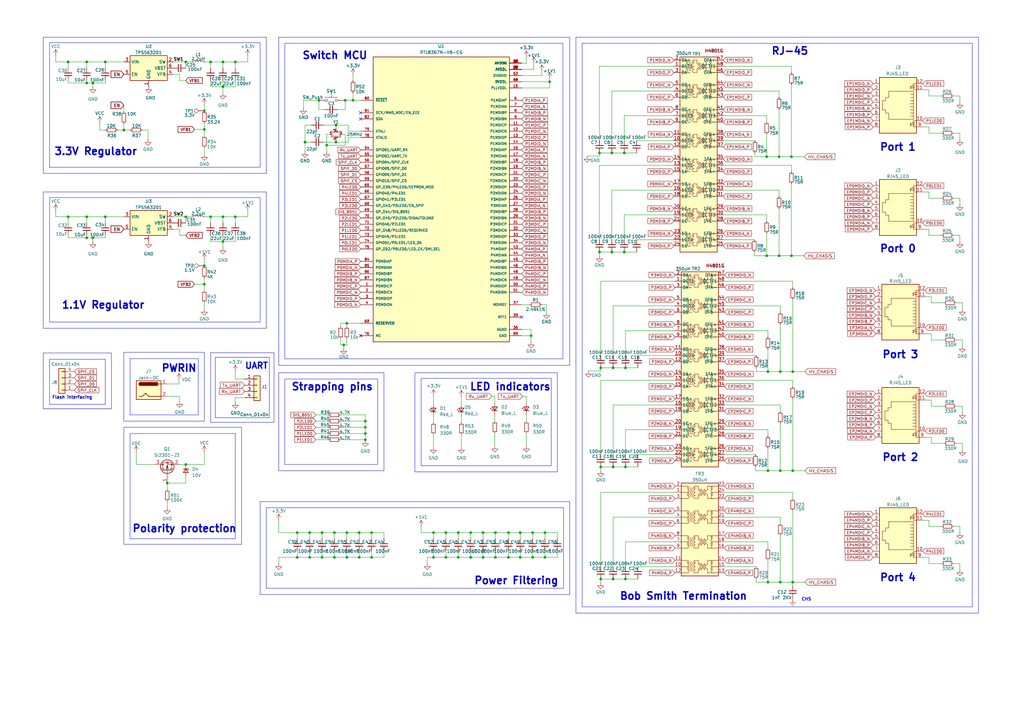
<source format=kicad_sch>
(kicad_sch (version 20230121) (generator eeschema)
  (paper "A3")
  (junction (at 314.96 238.76))
  (junction (at 319.532 64.262))
  (junction (at 127 218.44))
  (junction (at 83.82 45.466))
  (junction (at 218.44 218.44))
  (junction (at 83.82 53.086))
  (junction (at 182.88 228.6))
  (junction (at 35.56 34.036))
  (junction (at 250.952 103.378))
  (junction (at 38.1 97.536))
  (junction (at 130.81 41.148))
  (junction (at 250.952 62.738))
  (junction (at 203.2 218.44))
  (junction (at 251.46 191.516))
  (junction (at 127 228.6))
  (junction (at 177.8 228.6))
  (junction (at 193.04 218.44))
  (junction (at 256.54 191.516))
  (junction (at 91.44 88.9))
  (junction (at 245.872 62.738))
  (junction (at 198.12 228.6))
  (junction (at 256.54 237.49))
  (junction (at 132.08 218.44))
  (junction (at 223.52 218.44))
  (junction (at 38.1 34.036))
  (junction (at 137.795 51.308))
  (junction (at 320.04 238.76))
  (junction (at 251.46 150.876))
  (junction (at 137.16 218.44))
  (junction (at 147.32 218.44))
  (junction (at 137.16 228.6))
  (junction (at 320.04 193.04))
  (junction (at 325.12 152.4))
  (junction (at 213.36 218.44))
  (junction (at 208.534 228.6))
  (junction (at 91.44 99.06))
  (junction (at 223.52 228.6))
  (junction (at 193.04 228.6))
  (junction (at 208.534 218.44))
  (junction (at 121.92 228.6))
  (junction (at 149.86 177.8))
  (junction (at 96.52 25.4))
  (junction (at 96.52 88.9))
  (junction (at 245.872 103.378))
  (junction (at 76.2 25.4))
  (junction (at 177.8 218.44))
  (junction (at 152.4 228.6))
  (junction (at 132.08 228.6))
  (junction (at 251.46 237.49))
  (junction (at 91.44 25.4))
  (junction (at 137.795 58.293))
  (junction (at 198.12 218.44))
  (junction (at 147.32 228.6))
  (junction (at 35.56 97.536))
  (junction (at 83.82 108.966))
  (junction (at 125.095 58.293))
  (junction (at 149.86 180.34))
  (junction (at 256.032 62.738))
  (junction (at 314.96 152.4))
  (junction (at 86.36 25.4))
  (junction (at 27.94 88.9))
  (junction (at 187.96 228.6))
  (junction (at 149.86 172.72))
  (junction (at 133.985 59.563))
  (junction (at 320.04 152.4))
  (junction (at 213.36 228.6))
  (junction (at 83.82 116.586))
  (junction (at 68.58 198.12))
  (junction (at 314.452 64.262))
  (junction (at 86.36 88.9))
  (junction (at 246.38 150.876))
  (junction (at 149.86 175.26))
  (junction (at 324.612 104.902))
  (junction (at 142.24 228.6))
  (junction (at 187.96 218.44))
  (junction (at 218.44 228.6))
  (junction (at 141.605 41.148))
  (junction (at 91.44 35.56))
  (junction (at 314.452 104.902))
  (junction (at 225.425 33.528))
  (junction (at 152.4 218.44))
  (junction (at 43.18 25.4))
  (junction (at 256.54 150.876))
  (junction (at 35.56 88.9))
  (junction (at 35.56 25.4))
  (junction (at 142.24 218.44))
  (junction (at 324.612 64.262))
  (junction (at 50.8 53.34))
  (junction (at 43.18 88.9))
  (junction (at 121.92 218.44))
  (junction (at 325.12 193.04))
  (junction (at 76.2 88.9))
  (junction (at 203.2 228.6))
  (junction (at 144.78 41.148))
  (junction (at 319.532 104.902))
  (junction (at 217.805 137.668))
  (junction (at 27.94 25.4))
  (junction (at 256.032 103.378))
  (junction (at 314.96 193.04))
  (junction (at 76.2 190.5))
  (junction (at 246.38 237.49))
  (junction (at 142.24 132.588))
  (junction (at 140.97 141.478))
  (junction (at 246.38 191.516))
  (junction (at 182.88 218.44))
  (junction (at 325.12 238.76))
  (no_connect (at 147.828 48.768))
  (no_connect (at 147.828 46.228))
  (no_connect (at 147.955 137.668))
  (no_connect (at 213.995 130.048))
  (wire (pts (xy 35.56 27.94) (xy 35.56 25.4)))
  (wire (pts (xy 137.795 57.658) (xy 137.795 58.293)))
  (wire (pts (xy 79.756 116.586) (xy 83.82 116.586)))
  (wire (pts (xy 137.16 226.06) (xy 137.16 228.6)))
  (wire (pts (xy 314.96 193.04) (xy 320.04 193.04)))
  (wire (pts (xy 222.25 29.083) (xy 222.25 30.988)))
  (wire (pts (xy 324.612 104.902) (xy 324.612 75.438)))
  (wire (pts (xy 310.134 150.876) (xy 310.134 152.4)))
  (wire (pts (xy 320.04 128.016) (xy 320.04 125.476)))
  (wire (pts (xy 378.46 52.07) (xy 381 52.07)))
  (wire (pts (xy 296.672 27.178) (xy 324.612 27.178)))
  (wire (pts (xy 129.54 177.8) (xy 134.62 177.8)))
  (wire (pts (xy 379.476 179.324) (xy 382.016 179.324)))
  (wire (pts (xy 203.2 228.6) (xy 208.534 228.6)))
  (wire (pts (xy 27.94 34.036) (xy 27.94 33.02)))
  (wire (pts (xy 382.016 164.084) (xy 382.016 166.624)))
  (wire (pts (xy 391.16 96.52) (xy 393.7 96.52)))
  (wire (pts (xy 149.86 177.8) (xy 149.86 180.34)))
  (wire (pts (xy 319.532 85.598) (xy 319.532 104.902)))
  (wire (pts (xy 320.04 125.476) (xy 297.18 125.476)))
  (wire (pts (xy 228.6 218.44) (xy 223.52 218.44)))
  (wire (pts (xy 324.612 64.262) (xy 329.946 64.262)))
  (wire (pts (xy 320.04 193.04) (xy 325.12 193.04)))
  (wire (pts (xy 320.04 238.76) (xy 325.12 238.76)))
  (wire (pts (xy 246.38 155.956) (xy 276.86 155.956)))
  (wire (pts (xy 142.24 218.44) (xy 142.24 220.98)))
  (wire (pts (xy 35.56 91.44) (xy 35.56 88.9)))
  (wire (pts (xy 96.52 96.52) (xy 96.52 99.06)))
  (wire (pts (xy 137.16 228.6) (xy 142.24 228.6)))
  (wire (pts (xy 319.532 77.978) (xy 296.672 77.978)))
  (wire (pts (xy 96.52 152.273) (xy 96.52 155.448)))
  (wire (pts (xy 296.672 98.298) (xy 309.372 98.298)))
  (wire (pts (xy 208.534 226.06) (xy 208.534 228.6)))
  (wire (pts (xy 152.4 218.44) (xy 157.48 218.44)))
  (wire (pts (xy 223.52 218.44) (xy 223.52 220.98)))
  (wire (pts (xy 324.612 27.178) (xy 324.612 29.718)))
  (wire (pts (xy 142.24 132.588) (xy 139.7 132.588)))
  (wire (pts (xy 381 39.37) (xy 386.08 39.37)))
  (wire (pts (xy 378.46 228.6) (xy 381 228.6)))
  (wire (pts (xy 144.78 30.734) (xy 144.78 33.02)))
  (wire (pts (xy 141.605 41.148) (xy 144.78 41.148)))
  (wire (pts (xy 76.2 33.02) (xy 73.66 33.02)))
  (wire (pts (xy 256.032 98.298) (xy 256.032 88.138)))
  (wire (pts (xy 43.18 88.9) (xy 50.8 88.9)))
  (wire (pts (xy 314.452 90.678) (xy 314.452 88.138)))
  (wire (pts (xy 79.756 53.086) (xy 83.82 53.086)))
  (wire (pts (xy 121.92 226.06) (xy 121.92 228.6)))
  (wire (pts (xy 261.62 232.41) (xy 276.86 232.41)))
  (wire (pts (xy 83.82 53.086) (xy 83.82 55.626)))
  (wire (pts (xy 320.04 152.4) (xy 325.12 152.4)))
  (wire (pts (xy 297.18 155.956) (xy 325.12 155.956)))
  (wire (pts (xy 256.54 232.41) (xy 256.54 222.25)))
  (wire (pts (xy 140.335 55.118) (xy 141.605 55.118)))
  (wire (pts (xy 149.86 177.8) (xy 149.86 175.26)))
  (wire (pts (xy 228.6 228.6) (xy 223.52 228.6)))
  (wire (pts (xy 379.476 136.906) (xy 382.016 136.906)))
  (wire (pts (xy 325.12 152.4) (xy 330.2 152.4)))
  (wire (pts (xy 218.44 218.44) (xy 218.44 220.98)))
  (wire (pts (xy 309.88 193.04) (xy 314.96 193.04)))
  (wire (pts (xy 91.44 91.44) (xy 91.44 88.9)))
  (wire (pts (xy 213.995 137.668) (xy 217.805 137.668)))
  (wire (pts (xy 256.032 47.498) (xy 276.352 47.498)))
  (wire (pts (xy 203.2 218.44) (xy 203.2 220.98)))
  (wire (pts (xy 202.946 165.1) (xy 202.946 162.56)))
  (wire (pts (xy 325.12 240.284) (xy 325.12 238.76)))
  (wire (pts (xy 320.04 168.656) (xy 320.04 166.116)))
  (wire (pts (xy 132.08 226.06) (xy 132.08 228.6)))
  (wire (pts (xy 35.56 34.036) (xy 38.1 34.036)))
  (wire (pts (xy 71.12 25.4) (xy 76.2 25.4)))
  (wire (pts (xy 73.406 155.702) (xy 73.406 157.48)))
  (wire (pts (xy 314.96 143.256) (xy 314.96 152.4)))
  (wire (pts (xy 114.3 228.6) (xy 114.3 231.14)))
  (wire (pts (xy 142.24 132.588) (xy 142.24 133.858)))
  (wire (pts (xy 224.155 124.968) (xy 224.155 128.143)))
  (wire (pts (xy 297.18 186.436) (xy 309.88 186.436)))
  (wire (pts (xy 391.16 231.14) (xy 393.7 231.14)))
  (wire (pts (xy 246.38 201.93) (xy 276.86 201.93)))
  (wire (pts (xy 381 54.61) (xy 386.08 54.61)))
  (wire (pts (xy 391.16 215.9) (xy 393.7 215.9)))
  (wire (pts (xy 86.36 35.56) (xy 86.36 33.02)))
  (wire (pts (xy 228.6 226.06) (xy 228.6 228.6)))
  (wire (pts (xy 309.372 103.378) (xy 309.372 104.902)))
  (wire (pts (xy 139.7 132.588) (xy 139.7 133.858)))
  (wire (pts (xy 139.7 175.26) (xy 149.86 175.26)))
  (wire (pts (xy 152.4 226.06) (xy 152.4 228.6)))
  (wire (pts (xy 149.86 175.26) (xy 149.86 172.72)))
  (wire (pts (xy 214.376 162.56) (xy 215.9 162.56)))
  (wire (pts (xy 246.38 115.316) (xy 276.86 115.316)))
  (wire (pts (xy 381 96.52) (xy 386.08 96.52)))
  (wire (pts (xy 139.7 170.18) (xy 149.86 170.18)))
  (wire (pts (xy 141.605 44.958) (xy 141.605 41.148)))
  (wire (pts (xy 76.2 88.9) (xy 78.74 88.9)))
  (wire (pts (xy 101.6 86.36) (xy 101.6 88.9)))
  (wire (pts (xy 137.795 58.293) (xy 142.875 58.293)))
  (wire (pts (xy 129.54 170.18) (xy 134.62 170.18)))
  (wire (pts (xy 121.92 228.6) (xy 127 228.6)))
  (wire (pts (xy 324.612 104.902) (xy 329.692 104.902)))
  (wire (pts (xy 314.96 229.87) (xy 314.96 238.76)))
  (wire (pts (xy 325.12 201.93) (xy 325.12 204.47)))
  (wire (pts (xy 144.78 41.148) (xy 147.955 41.148)))
  (wire (pts (xy 241.3 152.146) (xy 246.38 152.146)))
  (wire (pts (xy 76.2 190.5) (xy 83.82 190.5)))
  (wire (pts (xy 177.8 170.688) (xy 177.8 173.228)))
  (wire (pts (xy 256.54 222.25) (xy 276.86 222.25)))
  (wire (pts (xy 246.38 150.876) (xy 251.46 150.876)))
  (wire (pts (xy 314.96 176.276) (xy 297.18 176.276)))
  (wire (pts (xy 91.44 35.56) (xy 91.44 38.1)))
  (wire (pts (xy 83.82 50.546) (xy 83.82 53.086)))
  (wire (pts (xy 320.04 212.09) (xy 297.18 212.09)))
  (wire (pts (xy 27.94 25.4) (xy 35.56 25.4)))
  (wire (pts (xy 91.44 99.06) (xy 86.36 99.06)))
  (wire (pts (xy 73.66 30.48) (xy 71.12 30.48)))
  (wire (pts (xy 251.46 191.516) (xy 256.54 191.516)))
  (wire (pts (xy 121.92 218.44) (xy 127 218.44)))
  (wire (pts (xy 114.3 218.44) (xy 121.92 218.44)))
  (wire (pts (xy 96.52 99.06) (xy 91.44 99.06)))
  (wire (pts (xy 83.82 124.206) (xy 83.82 126.746)))
  (wire (pts (xy 68.58 162.56) (xy 73.66 162.56)))
  (wire (pts (xy 208.534 218.44) (xy 208.534 220.98)))
  (wire (pts (xy 319.532 39.878) (xy 319.532 37.338)))
  (wire (pts (xy 325.12 115.316) (xy 325.12 117.856)))
  (wire (pts (xy 140.97 141.478) (xy 140.97 142.748)))
  (wire (pts (xy 319.532 104.902) (xy 324.612 104.902)))
  (wire (pts (xy 38.1 97.536) (xy 43.18 97.536)))
  (wire (pts (xy 22.86 88.9) (xy 27.94 88.9)))
  (wire (pts (xy 187.96 226.06) (xy 187.96 228.6)))
  (wire (pts (xy 297.18 145.796) (xy 310.134 145.796)))
  (wire (pts (xy 201.676 162.56) (xy 202.946 162.56)))
  (wire (pts (xy 91.44 35.56) (xy 86.36 35.56)))
  (wire (pts (xy 76.2 96.52) (xy 73.66 96.52)))
  (wire (pts (xy 245.872 67.818) (xy 245.872 98.298)))
  (wire (pts (xy 250.952 62.738) (xy 256.032 62.738)))
  (wire (pts (xy 246.38 191.516) (xy 251.46 191.516)))
  (wire (pts (xy 381 228.6) (xy 381 231.14)))
  (wire (pts (xy 392.176 166.624) (xy 394.716 166.624)))
  (wire (pts (xy 139.7 172.72) (xy 149.86 172.72)))
  (wire (pts (xy 392.176 124.206) (xy 394.716 124.206)))
  (wire (pts (xy 320.04 219.71) (xy 320.04 238.76)))
  (wire (pts (xy 138.43 44.958) (xy 141.605 44.958)))
  (wire (pts (xy 76.2 25.4) (xy 78.74 25.4)))
  (wire (pts (xy 187.96 218.44) (xy 193.04 218.44)))
  (wire (pts (xy 43.18 97.536) (xy 43.18 96.52)))
  (wire (pts (xy 314.452 64.262) (xy 319.532 64.262)))
  (wire (pts (xy 393.7 96.52) (xy 393.7 99.06)))
  (wire (pts (xy 142.875 56.388) (xy 147.955 56.388)))
  (wire (pts (xy 147.32 226.06) (xy 147.32 228.6)))
  (wire (pts (xy 142.24 218.44) (xy 147.32 218.44)))
  (wire (pts (xy 177.8 218.44) (xy 182.88 218.44)))
  (wire (pts (xy 250.952 57.658) (xy 250.952 37.338)))
  (wire (pts (xy 83.82 114.046) (xy 83.82 116.586)))
  (wire (pts (xy 129.54 175.26) (xy 134.62 175.26)))
  (wire (pts (xy 43.18 91.44) (xy 43.18 88.9)))
  (wire (pts (xy 325.12 245.364) (xy 325.12 245.872)))
  (wire (pts (xy 391.16 54.61) (xy 393.7 54.61)))
  (wire (pts (xy 208.534 228.6) (xy 213.36 228.6)))
  (wire (pts (xy 319.532 80.518) (xy 319.532 77.978)))
  (wire (pts (xy 193.04 218.44) (xy 198.12 218.44)))
  (wire (pts (xy 203.2 218.44) (xy 208.534 218.44)))
  (wire (pts (xy 394.716 124.206) (xy 394.716 126.746)))
  (wire (pts (xy 381 78.74) (xy 381 81.28)))
  (wire (pts (xy 382.016 136.906) (xy 382.016 139.446)))
  (wire (pts (xy 213.995 28.448) (xy 218.948 28.448)))
  (wire (pts (xy 91.44 33.02) (xy 91.44 35.56)))
  (wire (pts (xy 245.872 67.818) (xy 276.352 67.818)))
  (wire (pts (xy 27.94 34.036) (xy 35.56 34.036)))
  (wire (pts (xy 240.792 64.008) (xy 245.872 64.008)))
  (wire (pts (xy 96.52 25.4) (xy 96.52 27.94)))
  (wire (pts (xy 250.952 77.978) (xy 276.352 77.978)))
  (wire (pts (xy 177.8 228.6) (xy 175.26 228.6)))
  (wire (pts (xy 86.36 88.9) (xy 91.44 88.9)))
  (wire (pts (xy 35.56 97.536) (xy 38.1 97.536)))
  (wire (pts (xy 245.872 103.378) (xy 250.952 103.378)))
  (wire (pts (xy 172.72 218.44) (xy 177.8 218.44)))
  (wire (pts (xy 325.12 155.956) (xy 325.12 158.496)))
  (wire (pts (xy 152.4 228.6) (xy 147.32 228.6)))
  (wire (pts (xy 251.46 237.49) (xy 256.54 237.49)))
  (wire (pts (xy 149.86 170.18) (xy 149.86 172.72)))
  (wire (pts (xy 55.88 190.5) (xy 63.5 190.5)))
  (wire (pts (xy 392.176 181.864) (xy 394.716 181.864)))
  (wire (pts (xy 142.875 58.293) (xy 142.875 56.388)))
  (wire (pts (xy 96.52 35.56) (xy 91.44 35.56)))
  (wire (pts (xy 218.44 226.06) (xy 218.44 228.6)))
  (wire (pts (xy 213.36 226.06) (xy 213.36 228.6)))
  (wire (pts (xy 213.36 228.6) (xy 218.44 228.6)))
  (wire (pts (xy 147.955 132.588) (xy 142.24 132.588)))
  (wire (pts (xy 127 218.44) (xy 127 220.98)))
  (wire (pts (xy 319.532 37.338) (xy 296.672 37.338)))
  (wire (pts (xy 137.16 218.44) (xy 142.24 218.44)))
  (wire (pts (xy 379.476 121.666) (xy 382.016 121.666)))
  (wire (pts (xy 137.795 51.308) (xy 142.875 51.308)))
  (wire (pts (xy 91.44 88.9) (xy 96.52 88.9)))
  (wire (pts (xy 213.995 33.528) (xy 225.425 33.528)))
  (wire (pts (xy 96.52 25.4) (xy 101.6 25.4)))
  (wire (pts (xy 325.12 193.04) (xy 325.12 163.576)))
  (wire (pts (xy 218.44 218.44) (xy 223.52 218.44)))
  (wire (pts (xy 142.875 51.308) (xy 142.875 53.848)))
  (wire (pts (xy 76.2 27.94) (xy 76.2 25.4)))
  (wire (pts (xy 182.88 228.6) (xy 187.96 228.6)))
  (wire (pts (xy 250.952 103.378) (xy 256.032 103.378)))
  (wire (pts (xy 139.7 177.8) (xy 149.86 177.8)))
  (wire (pts (xy 127.635 51.308) (xy 125.095 51.308)))
  (wire (pts (xy 251.46 145.796) (xy 251.46 125.476)))
  (wire (pts (xy 193.04 218.44) (xy 193.04 220.98)))
  (wire (pts (xy 22.86 86.36) (xy 22.86 88.9)))
  (wire (pts (xy 379.476 164.084) (xy 382.016 164.084)))
  (wire (pts (xy 309.626 62.738) (xy 309.626 64.262)))
  (wire (pts (xy 40.894 50.292) (xy 40.894 53.34)))
  (wire (pts (xy 245.872 27.178) (xy 245.872 57.658)))
  (wire (pts (xy 73.66 162.56) (xy 73.66 164.592)))
  (wire (pts (xy 381 36.83) (xy 381 39.37)))
  (wire (pts (xy 133.985 55.118) (xy 133.985 59.563)))
  (wire (pts (xy 68.58 198.12) (xy 68.58 200.66)))
  (wire (pts (xy 382.016 179.324) (xy 382.016 181.864)))
  (wire (pts (xy 35.56 97.536) (xy 35.56 96.52)))
  (wire (pts (xy 86.36 91.44) (xy 86.36 88.9)))
  (wire (pts (xy 382.016 121.666) (xy 382.016 124.206)))
  (wire (pts (xy 139.7 180.34) (xy 149.86 180.34)))
  (wire (pts (xy 172.72 215.9) (xy 172.72 218.44)))
  (wire (pts (xy 142.24 138.938) (xy 142.24 141.478)))
  (wire (pts (xy 319.532 64.262) (xy 324.612 64.262)))
  (wire (pts (xy 223.52 226.06) (xy 223.52 228.6)))
  (wire (pts (xy 381 93.98) (xy 381 96.52)))
  (wire (pts (xy 137.795 52.578) (xy 137.795 51.308)))
  (wire (pts (xy 261.112 98.298) (xy 276.352 98.298)))
  (wire (pts (xy 256.032 57.658) (xy 256.032 47.498)))
  (wire (pts (xy 198.12 226.06) (xy 198.12 228.6)))
  (wire (pts (xy 213.36 218.44) (xy 218.44 218.44)))
  (wire (pts (xy 129.54 180.34) (xy 134.62 180.34)))
  (wire (pts (xy 314.96 178.816) (xy 314.96 176.276)))
  (wire (pts (xy 182.88 218.44) (xy 187.96 218.44)))
  (wire (pts (xy 96.52 33.02) (xy 96.52 35.56)))
  (wire (pts (xy 314.96 135.636) (xy 297.18 135.636)))
  (wire (pts (xy 225.425 33.528) (xy 225.425 32.258)))
  (wire (pts (xy 314.452 88.138) (xy 296.672 88.138)))
  (wire (pts (xy 43.18 27.94) (xy 43.18 25.4)))
  (wire (pts (xy 142.24 228.6) (xy 147.32 228.6)))
  (wire (pts (xy 394.716 181.864) (xy 394.716 184.404)))
  (wire (pts (xy 246.38 191.516) (xy 246.38 193.04)))
  (wire (pts (xy 314.452 104.902) (xy 319.532 104.902)))
  (wire (pts (xy 114.3 213.36) (xy 114.3 218.44)))
  (wire (pts (xy 217.805 135.128) (xy 217.805 137.668)))
  (wire (pts (xy 27.94 88.9) (xy 35.56 88.9)))
  (wire (pts (xy 124.46 41.148) (xy 124.46 44.323)))
  (wire (pts (xy 48.26 53.34) (xy 50.8 53.34)))
  (wire (pts (xy 324.612 67.818) (xy 324.612 70.358)))
  (wire (pts (xy 381 81.28) (xy 386.08 81.28)))
  (wire (pts (xy 256.54 186.436) (xy 256.54 176.276)))
  (wire (pts (xy 381 213.36) (xy 381 215.9)))
  (wire (pts (xy 378.46 36.83) (xy 381 36.83)))
  (wire (pts (xy 152.4 228.6) (xy 157.48 228.6)))
  (wire (pts (xy 139.7 141.478) (xy 139.7 138.938)))
  (wire (pts (xy 276.86 212.09) (xy 251.46 212.09)))
  (wire (pts (xy 381 231.14) (xy 386.08 231.14)))
  (wire (pts (xy 142.24 141.478) (xy 140.97 141.478)))
  (wire (pts (xy 256.54 237.49) (xy 261.62 237.49)))
  (wire (pts (xy 157.48 226.06) (xy 157.48 228.6)))
  (wire (pts (xy 91.44 96.52) (xy 91.44 99.06)))
  (wire (pts (xy 76.2 195.58) (xy 76.2 198.12)))
  (wire (pts (xy 182.88 226.06) (xy 182.88 228.6)))
  (wire (pts (xy 378.46 93.98) (xy 381 93.98)))
  (wire (pts (xy 296.672 67.818) (xy 324.612 67.818)))
  (wire (pts (xy 251.46 150.876) (xy 256.54 150.876)))
  (wire (pts (xy 73.66 96.52) (xy 73.66 93.98)))
  (wire (pts (xy 35.56 88.9) (xy 43.18 88.9)))
  (wire (pts (xy 250.952 37.338) (xy 276.352 37.338)))
  (wire (pts (xy 256.54 145.796) (xy 256.54 135.636)))
  (wire (pts (xy 187.96 218.44) (xy 187.96 220.98)))
  (wire (pts (xy 177.8 178.308) (xy 177.8 183.388)))
  (wire (pts (xy 198.12 228.6) (xy 203.2 228.6)))
  (wire (pts (xy 391.16 81.28) (xy 393.7 81.28)))
  (wire (pts (xy 382.016 166.624) (xy 387.096 166.624)))
  (wire (pts (xy 127 218.44) (xy 132.08 218.44)))
  (wire (pts (xy 147.32 218.44) (xy 147.32 220.98)))
  (wire (pts (xy 314.452 55.118) (xy 314.452 64.262)))
  (wire (pts (xy 193.04 226.06) (xy 193.04 228.6)))
  (wire (pts (xy 256.54 150.876) (xy 261.62 150.876)))
  (wire (pts (xy 177.8 226.06) (xy 177.8 228.6)))
  (wire (pts (xy 310.134 237.49) (xy 310.134 238.76)))
  (wire (pts (xy 394.716 166.624) (xy 394.716 169.164)))
  (wire (pts (xy 76.2 198.12) (xy 68.58 198.12)))
  (wire (pts (xy 325.12 152.4) (xy 325.12 122.936)))
  (wire (pts (xy 310.134 238.76) (xy 314.96 238.76)))
  (wire (pts (xy 314.452 50.038) (xy 314.452 47.498)))
  (wire (pts (xy 261.62 145.796) (xy 276.86 145.796)))
  (wire (pts (xy 256.032 62.738) (xy 261.112 62.738)))
  (wire (pts (xy 276.86 166.116) (xy 251.46 166.116)))
  (wire (pts (xy 73.66 93.98) (xy 71.12 93.98)))
  (wire (pts (xy 245.872 64.008) (xy 245.872 62.738)))
  (wire (pts (xy 132.715 58.293) (xy 137.795 58.293)))
  (wire (pts (xy 152.4 218.44) (xy 152.4 220.98)))
  (wire (pts (xy 91.44 25.4) (xy 96.52 25.4)))
  (wire (pts (xy 83.82 25.4) (xy 86.36 25.4)))
  (wire (pts (xy 132.715 51.308) (xy 137.795 51.308)))
  (wire (pts (xy 246.38 155.956) (xy 246.38 186.436)))
  (wire (pts (xy 213.995 135.128) (xy 217.805 135.128)))
  (wire (pts (xy 182.88 228.6) (xy 177.8 228.6)))
  (wire (pts (xy 213.995 30.988) (xy 222.25 30.988)))
  (wire (pts (xy 35.56 25.4) (xy 43.18 25.4)))
  (wire (pts (xy 320.04 133.096) (xy 320.04 152.4)))
  (wire (pts (xy 177.8 220.98) (xy 177.8 218.44)))
  (wire (pts (xy 378.46 213.36) (xy 381 213.36)))
  (wire (pts (xy 320.04 173.736) (xy 320.04 193.04)))
  (wire (pts (xy 245.872 103.378) (xy 245.872 104.902)))
  (wire (pts (xy 393.7 81.28) (xy 393.7 83.82)))
  (wire (pts (xy 133.985 59.563) (xy 141.605 59.563)))
  (wire (pts (xy 38.1 34.036) (xy 38.1 35.56)))
  (wire (pts (xy 27.94 27.94) (xy 27.94 25.4)))
  (wire (pts (xy 225.425 36.068) (xy 225.425 33.528)))
  (wire (pts (xy 222.25 124.968) (xy 224.155 124.968)))
  (wire (pts (xy 261.62 186.436) (xy 276.86 186.436)))
  (wire (pts (xy 208.534 218.44) (xy 213.36 218.44)))
  (wire (pts (xy 73.406 157.48) (xy 68.58 157.48)))
  (wire (pts (xy 149.86 180.34) (xy 149.86 180.594)))
  (wire (pts (xy 27.94 97.536) (xy 27.94 96.52)))
  (wire (pts (xy 76.2 91.44) (xy 76.2 88.9)))
  (wire (pts (xy 127 226.06) (xy 127 228.6)))
  (wire (pts (xy 96.52 88.9) (xy 96.52 91.44)))
  (wire (pts (xy 140.97 41.148) (xy 141.605 41.148)))
  (wire (pts (xy 246.38 115.316) (xy 246.38 145.796)))
  (wire (pts (xy 86.36 25.4) (xy 91.44 25.4)))
  (wire (pts (xy 86.36 99.06) (xy 86.36 96.52)))
  (wire (pts (xy 325.12 238.76) (xy 325.12 209.55)))
  (wire (pts (xy 378.46 78.74) (xy 381 78.74)))
  (wire (pts (xy 392.176 139.446) (xy 394.716 139.446)))
  (wire (pts (xy 147.32 218.44) (xy 152.4 218.44)))
  (wire (pts (xy 213.36 218.44) (xy 213.36 220.98)))
  (wire (pts (xy 86.36 27.94) (xy 86.36 25.4)))
  (wire (pts (xy 140.97 141.478) (xy 139.7 141.478)))
  (wire (pts (xy 182.88 218.44) (xy 182.88 220.98)))
  (wire (pts (xy 309.372 104.902) (xy 314.452 104.902)))
  (wire (pts (xy 127 228.6) (xy 132.08 228.6)))
  (wire (pts (xy 50.8 53.34) (xy 53.34 53.34)))
  (wire (pts (xy 381 215.9) (xy 386.08 215.9)))
  (wire (pts (xy 314.452 47.498) (xy 296.672 47.498)))
  (wire (pts (xy 256.54 191.516) (xy 261.62 191.516)))
  (wire (pts (xy 228.6 220.98) (xy 228.6 218.44)))
  (wire (pts (xy 256.032 103.378) (xy 261.112 103.378)))
  (wire (pts (xy 256.54 135.636) (xy 276.86 135.636)))
  (wire (pts (xy 382.016 139.446) (xy 387.096 139.446)))
  (wire (pts (xy 393.7 231.14) (xy 393.7 233.68)))
  (wire (pts (xy 27.94 91.44) (xy 27.94 88.9)))
  (wire (pts (xy 393.7 39.37) (xy 393.7 41.91)))
  (wire (pts (xy 245.872 62.738) (xy 250.952 62.738)))
  (wire (pts (xy 96.52 163.068) (xy 96.52 164.973)))
  (wire (pts (xy 393.7 215.9) (xy 393.7 218.44)))
  (wire (pts (xy 314.96 224.79) (xy 314.96 222.25)))
  (wire (pts (xy 50.8 53.34) (xy 50.8 50.8)))
  (wire (pts (xy 129.54 172.72) (xy 134.62 172.72)))
  (wire (pts (xy 297.18 232.41) (xy 310.134 232.41)))
  (wire (pts (xy 391.16 39.37) (xy 393.7 39.37)))
  (wire (pts (xy 309.88 191.516) (xy 309.88 193.04)))
  (wire (pts (xy 198.12 218.44) (xy 203.2 218.44)))
  (wire (pts (xy 157.48 218.44) (xy 157.48 220.98)))
  (wire (pts (xy 193.04 228.6) (xy 198.12 228.6)))
  (wire (pts (xy 314.96 222.25) (xy 297.18 222.25)))
  (wire (pts (xy 213.995 124.968) (xy 217.17 124.968)))
  (wire (pts (xy 137.16 218.44) (xy 137.16 220.98)))
  (wire (pts (xy 297.18 201.93) (xy 325.12 201.93)))
  (wire (pts (xy 114.3 228.6) (xy 121.92 228.6)))
  (wire (pts (xy 125.095 51.308) (xy 125.095 58.293)))
  (wire (pts (xy 198.12 218.44) (xy 198.12 220.98)))
  (wire (pts (xy 91.44 99.06) (xy 91.44 101.6)))
  (wire (pts (xy 215.9 170.18) (xy 215.9 172.72)))
  (wire (pts (xy 91.44 27.94) (xy 91.44 25.4)))
  (wire (pts (xy 218.948 28.448) (xy 218.948 25.908)))
  (wire (pts (xy 325.12 193.04) (xy 330.2 193.04)))
  (wire (pts (xy 35.56 34.036) (xy 35.56 33.02)))
  (wire (pts (xy 297.18 115.316) (xy 325.12 115.316)))
  (wire (pts (xy 324.612 64.262) (xy 324.612 34.798)))
  (wire (pts (xy 83.82 106.426) (xy 83.82 108.966)))
  (wire (pts (xy 96.52 155.448) (xy 100.33 155.448)))
  (wire (pts (xy 83.82 116.586) (xy 83.82 119.126)))
  (wire (pts (xy 215.9 165.1) (xy 215.9 162.56)))
  (wire (pts (xy 314.96 138.176) (xy 314.96 135.636)))
  (wire (pts (xy 142.875 53.848) (xy 147.955 53.848)))
  (wire (pts (xy 382.016 124.206) (xy 387.096 124.206)))
  (wire (pts (xy 71.12 88.9) (xy 76.2 88.9)))
  (wire (pts (xy 213.995 36.068) (xy 225.425 36.068)))
  (wire (pts (xy 130.81 44.958) (xy 133.35 44.958)))
  (wire (pts (xy 132.08 218.44) (xy 137.16 218.44)))
  (wire (pts (xy 43.18 34.036) (xy 43.18 33.02)))
  (wire (pts (xy 187.96 228.6) (xy 193.04 228.6)))
  (wire (pts (xy 22.86 25.4) (xy 27.94 25.4)))
  (wire (pts (xy 246.38 201.93) (xy 246.38 232.41)))
  (wire (pts (xy 83.82 185.42) (xy 83.82 190.5)))
  (wire (pts (xy 132.08 218.44) (xy 132.08 220.98)))
  (wire (pts (xy 73.66 33.02) (xy 73.66 30.48)))
  (wire (pts (xy 133.985 59.563) (xy 133.985 62.103)))
  (wire (pts (xy 130.81 41.148) (xy 124.46 41.148)))
  (wire (pts (xy 125.095 58.293) (xy 125.095 62.103)))
  (wire (pts (xy 218.44 228.6) (xy 223.52 228.6)))
  (wire (pts (xy 382.016 181.864) (xy 387.096 181.864)))
  (wire (pts (xy 101.6 22.86) (xy 101.6 25.4)))
  (wire (pts (xy 96.52 163.068) (xy 100.33 163.068)))
  (wire (pts (xy 215.9 25.908) (xy 215.9 23.368)))
  (wire (pts (xy 43.18 25.4) (xy 50.8 25.4)))
  (wire (pts (xy 38.1 34.036) (xy 43.18 34.036)))
  (wire (pts (xy 202.946 177.8) (xy 202.946 182.88)))
  (wire (pts (xy 325.12 238.76) (xy 330.2 238.76)))
  (wire (pts (xy 55.88 185.42) (xy 55.88 190.5)))
  (wire (pts (xy 202.946 170.18) (xy 202.946 172.72)))
  (wire (pts (xy 83.82 42.926) (xy 83.82 45.466)))
  (wire (pts (xy 314.96 238.76) (xy 320.04 238.76)))
  (wire (pts (xy 38.1 97.536) (xy 38.1 99.06)))
  (wire (pts (xy 189.23 162.56) (xy 189.23 165.608)))
  (wire (pts (xy 246.38 237.49) (xy 246.38 239.014)))
  (wire (pts (xy 251.46 212.09) (xy 251.46 232.41)))
  (wire (pts (xy 245.872 27.178) (xy 276.352 27.178)))
  (wire (pts (xy 50.8 45.72) (xy 50.8 43.18)))
  (wire (pts (xy 246.38 152.146) (xy 246.38 150.876)))
  (wire (pts (xy 142.24 226.06) (xy 142.24 228.6)))
  (wire (pts (xy 320.04 214.63) (xy 320.04 212.09)))
  (wire (pts (xy 215.9 177.8) (xy 215.9 182.88)))
  (wire (pts (xy 251.46 125.476) (xy 276.86 125.476)))
  (wire (pts (xy 83.82 60.706) (xy 83.82 63.246)))
  (wire (pts (xy 130.81 44.958) (xy 130.81 41.148)))
  (wire (pts (xy 175.26 228.6) (xy 175.26 231.14)))
  (wire (pts (xy 251.46 166.116) (xy 251.46 186.436)))
  (wire (pts (xy 256.54 176.276) (xy 276.86 176.276)))
  (wire (pts (xy 22.86 22.86) (xy 22.86 25.4)))
  (wire (pts (xy 133.985 55.118) (xy 135.255 55.118)))
  (wire (pts (xy 203.2 226.06) (xy 203.2 228.6)))
  (wire (pts (xy 177.8 162.306) (xy 177.8 165.608)))
  (wire (pts (xy 319.532 44.958) (xy 319.532 64.262)))
  (wire (pts (xy 121.92 218.44) (xy 121.92 220.98)))
  (wire (pts (xy 261.112 57.658) (xy 276.352 57.658)))
  (wire (pts (xy 40.894 53.34) (xy 43.18 53.34)))
  (wire (pts (xy 250.952 77.978) (xy 250.952 98.298)))
  (wire (pts (xy 296.672 57.658) (xy 309.626 57.658)))
  (wire (pts (xy 256.032 88.138) (xy 276.352 88.138)))
  (wire (pts (xy 144.78 38.1) (xy 144.78 41.148)))
  (wire (pts (xy 189.23 170.688) (xy 189.23 173.228)))
  (wire (pts (xy 381 52.07) (xy 381 54.61)))
  (wire (pts (xy 73.66 190.5) (xy 76.2 190.5)))
  (wire (pts (xy 320.04 166.116) (xy 297.18 166.116)))
  (wire (pts (xy 189.23 178.308) (xy 189.23 183.388)))
  (wire (pts (xy 60.706 53.34) (xy 58.42 53.34)))
  (wire (pts (xy 314.96 183.896) (xy 314.96 193.04)))
  (wire (pts (xy 246.38 237.49) (xy 251.46 237.49)))
  (wire (pts (xy 393.7 54.61) (xy 393.7 57.15)))
  (wire (pts (xy 141.605 55.118) (xy 141.605 59.563)))
  (wire (pts (xy 96.52 88.9) (xy 101.6 88.9)))
  (wire (pts (xy 60.706 57.15) (xy 60.706 53.34)))
  (wire (pts (xy 309.626 64.262) (xy 314.452 64.262)))
  (wire (pts (xy 27.94 97.536) (xy 35.56 97.536)))
  (wire (pts (xy 314.452 95.758) (xy 314.452 104.902)))
  (wire (pts (xy 314.96 152.4) (xy 320.04 152.4)))
  (wire (pts (xy 68.58 205.74) (xy 68.58 208.28)))
  (wire (pts (xy 310.134 152.4) (xy 314.96 152.4)))
  (wire (pts (xy 394.716 139.446) (xy 394.716 141.986)))
  (wire (pts (xy 213.995 25.908) (xy 215.9 25.908)))
  (wire (pts (xy 217.805 137.668) (xy 217.805 140.208)))
  (wire (pts (xy 83.82 88.9) (xy 86.36 88.9)))
  (wire (pts (xy 132.08 228.6) (xy 137.16 228.6)))
  (wire (pts (xy 125.095 58.293) (xy 127.635 58.293)))
  (rectangle (start 50.8 144.526) (end 83.82 172.72))
  (rectangle (start 20.32 147.32) (end 43.18 165.862))
  (rectangle (start 86.36 144.653) (end 112.395 173.228))
  (rectangle (start 53.34 147.066) (end 81.28 170.18))
  (rectangle (start 20.32 17.526) (end 106.68 68.58))
  (rectangle (start 17.78 78.74) (end 109.22 134.62))
  (rectangle (start 17.78 144.78) (end 45.72 167.64))
  (rectangle (start 20.32 81.026) (end 106.68 132.08))
  (rectangle (start 170.18 152.908) (end 228.6 193.548))
  (rectangle (start 50.8 175.26) (end 99.06 223.266))
  (rectangle (start 106.68 205.74) (end 233.68 243.84))
  (rectangle (start 109.22 208.28) (end 231.14 241.3))
  (rectangle (start 17.78 15.24) (end 109.22 71.12))
  (rectangle (start 114.3 152.908) (end 157.48 193.04))
  (rectangle (start 116.84 155.448) (end 154.94 190.5))
  (rectangle (start 53.34 177.8) (end 96.52 220.98))
  (rectangle (start 114.3 15.24) (end 233.68 149.86))
  (rectangle (start 116.84 17.78) (end 230.886 147.193))
  (rectangle (start 88.265 146.558) (end 110.49 171.323))
  (rectangle (start 172.72 155.194) (end 226.06 191.008))
  (rectangle (start 238.76 17.78) (end 398.78 248.92))
  (rectangle (start 236.22 15.24) (end 401.32 251.46))
  (text "Power Filtering" (at 194.31 240.03 0) (effects (font (size 3 3) (thickness 0.6) bold) (justify left bottom)))
  (text "Switch MCU" (at 123.825 24.638 0) (effects (font (size 3 3) bold) (justify left bottom)))
  (text "Port 0 " (at 360.68 103.886 0) (effects (font (size 3 3) (thickness 0.6) bold) (justify left bottom)))
  (text "3.3V Regulator" (at 22.098 64.008 0) (effects (font (size 3 3) bold) (justify left bottom)))
  (text "CHS" (at 328.676 246.634 0) (effects (font (size 1.27 1.27) (thickness 0.254) bold) (justify left bottom)))
  (text "UART" (at 100.33 151.638 0) (effects (font (size 2.5 2.5) bold) (justify left bottom)))
  (text "\nPolarity protection" (at 54.102 218.694 0) (effects (font (size 3 3) bold) (justify left bottom)))
  (text "Strapping pins" (at 119.38 160.528 0) (effects (font (size 3 3) bold) (justify left bottom)))
  (text "Port 2" (at 361.696 189.484 0) (effects (font (size 3 3) bold) (justify left bottom)))
  (text "Port 4" (at 360.68 238.76 0) (effects (font (size 3 3) bold) (justify left bottom)))
  (text "Port 3\n\n" (at 361.696 152.146 0) (effects (font (size 3 3) bold) (justify left bottom)))
  (text "PWRIN" (at 66.04 152.908 0) (effects (font (size 3 3) bold) (justify left bottom)))
  (text "Bob Smith Termination" (at 254 246.38 0) (effects (font (size 3 3) bold) (justify left bottom)))
  (text "Port 1" (at 360.68 62.23 0) (effects (font (size 3 3) bold) (justify left bottom)))
  (text "Flash interfacing" (at 21.336 163.83 0) (effects (font (size 1.27 1.27) (thickness 0.254) bold) (justify left bottom)))
  (text "LED indicators" (at 192.532 160.528 0) (effects (font (size 3 3) bold) (justify left bottom)))
  (text "1.1V Regulator" (at 25.146 127 0) (effects (font (size 3 3) bold) (justify left bottom)))
  (text "RJ-45 " (at 316.23 22.86 0) (effects (font (size 3 3) bold) (justify left bottom)))
  (label "SW2" (at 71.12 88.9 0) (effects (font bold)))
  (label "SW1" (at 71.12 25.4 0) (effects (font bold)))
  (global_label "P0MDID_N" (shape input) (at 147.955 124.968 180) (effects (font (size 1.15 1.15))) (property "Intersheetrefs" "${INTERSHEET_REFS}" (effects hide)))
  (global_label "P2MDID_P" (shape input) (at 213.995 76.708 0) (effects (font (size 1.15 1.15))) (property "Intersheetrefs" "${INTERSHEET_REFS}" (effects hide)))
  (global_label "P0LED0" (shape input) (at 378.46 91.44 0) (effects (font (size 1.15 1.15))) (property "Intersheetrefs" "${INTERSHEET_REFS}" (effects hide)))
  (global_label "P1LED1" (shape input) (at 129.54 180.34 180) (effects (font (size 1.15 1.15))) (property "Intersheetrefs" "${INTERSHEET_REFS}" (effects hide)))
  (global_label "EP0MDIC_N" (shape input) (at 358.14 81.28 180) (effects (font (size 1.15 1.15))) (property "Intersheetrefs" "${INTERSHEET_REFS}" (effects hide)))
  (global_label "EP2MDIC_P" (shape input) (at 297.18 168.656 0) (effects (font (size 1.15 1.15))) (property "Intersheetrefs" "${INTERSHEET_REFS}" (effects hide)))
  (global_label "P0MDIA_N" (shape input) (at 276.352 95.758 180) (effects (font (size 1.15 1.15))) (property "Intersheetrefs" "${INTERSHEET_REFS}" (effects hide)))
  (global_label "P1MDIC_P" (shape input) (at 213.995 51.308 0) (effects (font (size 1.15 1.15))) (property "Intersheetrefs" "${INTERSHEET_REFS}" (effects hide)))
  (global_label "EP1MDIB_P" (shape input) (at 296.672 50.038 0) (effects (font (size 1.15 1.15))) (property "Intersheetrefs" "${INTERSHEET_REFS}" (effects hide)))
  (global_label "EP4MDID_P" (shape input) (at 297.18 204.47 0) (effects (font (size 1.15 1.15))) (property "Intersheetrefs" "${INTERSHEET_REFS}" (effects hide)))
  (global_label "EP2MDIC_P" (shape input) (at 359.156 169.164 180) (effects (font (size 1.15 1.15))) (property "Intersheetrefs" "${INTERSHEET_REFS}" (effects hide)))
  (global_label "P3MDIB_N" (shape input) (at 213.995 89.408 0) (effects (font (size 1.15 1.15))) (property "Intersheetrefs" "${INTERSHEET_REFS}" (effects hide)))
  (global_label "EP0MDIA_P" (shape input) (at 358.14 93.98 180) (effects (font (size 1.15 1.15))) (property "Intersheetrefs" "${INTERSHEET_REFS}" (effects hide)))
  (global_label "SPIF_CS" (shape input) (at 30.48 152.4 0) (effects (font (size 1.15 1.15))) (property "Intersheetrefs" "${INTERSHEET_REFS}" (effects hide)))
  (global_label "P2MDIB_P" (shape input) (at 213.995 66.548 0) (effects (font (size 1.15 1.15))) (property "Intersheetrefs" "${INTERSHEET_REFS}" (effects hide)))
  (global_label "EP4MDIB_N" (shape input) (at 297.18 219.71 0) (effects (font (size 1.15 1.15))) (property "Intersheetrefs" "${INTERSHEET_REFS}" (effects hide)))
  (global_label "EP1MDIA_P" (shape input) (at 358.14 52.07 180) (effects (font (size 1.15 1.15))) (property "Intersheetrefs" "${INTERSHEET_REFS}" (effects hide)))
  (global_label "P4MDIB_N" (shape input) (at 213.995 109.728 0) (effects (font (size 1.15 1.15))) (property "Intersheetrefs" "${INTERSHEET_REFS}" (effects hide)))
  (global_label "EP0MDIA_N" (shape input) (at 358.14 91.44 180) (effects (font (size 1.15 1.15))) (property "Intersheetrefs" "${INTERSHEET_REFS}" (effects hide)))
  (global_label "P2LED0" (shape input) (at 379.476 176.784 0) (effects (font (size 1.15 1.15))) (property "Intersheetrefs" "${INTERSHEET_REFS}" (effects hide)))
  (global_label "P3MDID_P" (shape input) (at 276.86 117.856 180) (effects (font (size 1.15 1.15))) (property "Intersheetrefs" "${INTERSHEET_REFS}" (effects hide)))
  (global_label "P1MDIB_P" (shape input) (at 213.995 46.228 0) (effects (font (size 1.15 1.15))) (property "Intersheetrefs" "${INTERSHEET_REFS}" (effects hide)))
  (global_label "EP1MDIA_P" (shape input) (at 296.672 60.198 0) (effects (font (size 1.15 1.15))) (property "Intersheetrefs" "${INTERSHEET_REFS}" (effects hide)))
  (global_label "EP3MDIC_N" (shape input) (at 297.18 122.936 0) (effects (font (size 1.15 1.15))) (property "Intersheetrefs" "${INTERSHEET_REFS}" (effects hide)))
  (global_label "P1MDIC_P" (shape input) (at 276.352 39.878 180) (effects (font (size 1.15 1.15))) (property "Intersheetrefs" "${INTERSHEET_REFS}" (effects hide)))
  (global_label "EP4MDIB_N" (shape input) (at 358.14 220.98 180) (effects (font (size 1.15 1.15))) (property "Intersheetrefs" "${INTERSHEET_REFS}" (effects hide)))
  (global_label "P1LED0" (shape input) (at 147.955 94.488 180) (effects (font (size 1.15 1.15))) (property "Intersheetrefs" "${INTERSHEET_REFS}" (effects hide)))
  (global_label "EP3MDIA_N" (shape input) (at 359.156 134.366 180) (effects (font (size 1.15 1.15))) (property "Intersheetrefs" "${INTERSHEET_REFS}" (effects hide)))
  (global_label "P0MDIC_N" (shape input) (at 147.955 119.888 180) (effects (font (size 1.15 1.15))) (property "Intersheetrefs" "${INTERSHEET_REFS}" (effects hide)))
  (global_label "P1MDIA_N" (shape input) (at 276.352 55.118 180) (effects (font (size 1.15 1.15))) (property "Intersheetrefs" "${INTERSHEET_REFS}" (effects hide)))
  (global_label "P0MDID_N" (shape input) (at 276.352 65.278 180) (effects (font (size 1.15 1.15))) (property "Intersheetrefs" "${INTERSHEET_REFS}" (effects hide)))
  (global_label "SPIF_D1" (shape input) (at 147.955 71.628 180) (effects (font (size 1.15 1.15))) (property "Intersheetrefs" "${INTERSHEET_REFS}" (effects hide)))
  (global_label "P0MDIB_P" (shape input) (at 276.352 90.678 180) (effects (font (size 1.15 1.15))) (property "Intersheetrefs" "${INTERSHEET_REFS}" (effects hide)))
  (global_label "P4MDIC_P" (shape input) (at 213.995 112.268 0) (effects (font (size 1.15 1.15))) (property "Intersheetrefs" "${INTERSHEET_REFS}" (effects hide)))
  (global_label "P3MDIA_N" (shape input) (at 276.86 143.256 180) (effects (font (size 1.15 1.15))) (property "Intersheetrefs" "${INTERSHEET_REFS}" (effects hide)))
  (global_label "EP1MDID_P" (shape input) (at 358.14 36.83 180) (effects (font (size 1.15 1.15))) (property "Intersheetrefs" "${INTERSHEET_REFS}" (effects hide)))
  (global_label "P4LED0" (shape input) (at 378.46 226.06 0) (effects (font (size 1.15 1.15))) (property "Intersheetrefs" "${INTERSHEET_REFS}" (effects hide)))
  (global_label "P2MDIA_P" (shape input) (at 213.995 61.468 0) (effects (font (size 1.15 1.15))) (property "Intersheetrefs" "${INTERSHEET_REFS}" (effects hide)))
  (global_label "EP1MDIC_N" (shape input) (at 296.672 34.798 0) (effects (font (size 1.15 1.15))) (property "Intersheetrefs" "${INTERSHEET_REFS}" (effects hide)))
  (global_label "DIS_8051" (shape input) (at 147.955 86.868 180) (effects (font (size 1.15 1.15))) (property "Intersheetrefs" "${INTERSHEET_REFS}" (effects hide)))
  (global_label "P2MDIA_N" (shape input) (at 276.86 183.896 180) (effects (font (size 1.15 1.15))) (property "Intersheetrefs" "${INTERSHEET_REFS}" (effects hide)))
  (global_label "P2MDIC_N" (shape input) (at 213.995 74.168 0) (effects (font (size 1.15 1.15))) (property "Intersheetrefs" "${INTERSHEET_REFS}" (effects hide)))
  (global_label "EP4MDID_P" (shape input) (at 358.14 213.36 180) (effects (font (size 1.15 1.15))) (property "Intersheetrefs" "${INTERSHEET_REFS}" (effects hide)))
  (global_label "EP3MDIC_P" (shape input) (at 359.156 126.746 180) (effects (font (size 1.15 1.15))) (property "Intersheetrefs" "${INTERSHEET_REFS}" (effects hide)))
  (global_label "P2MDIB_P" (shape input) (at 276.86 178.816 180) (effects (font (size 1.15 1.15))) (property "Intersheetrefs" "${INTERSHEET_REFS}" (effects hide)))
  (global_label "P2MDID_N" (shape input) (at 276.86 153.416 180) (effects (font (size 1.15 1.15))) (property "Intersheetrefs" "${INTERSHEET_REFS}" (effects hide)))
  (global_label "P4LED1" (shape input) (at 378.46 210.82 0) (effects (font (size 1.15 1.15))) (property "Intersheetrefs" "${INTERSHEET_REFS}" (effects hide)))
  (global_label "P4MDIC_P" (shape input) (at 276.86 214.63 180) (effects (font (size 1.15 1.15))) (property "Intersheetrefs" "${INTERSHEET_REFS}" (effects hide)))
  (global_label "EP3MDIB_P" (shape input) (at 297.18 138.176 0) (effects (font (size 1.15 1.15))) (property "Intersheetrefs" "${INTERSHEET_REFS}" (effects hide)))
  (global_label "P4MDIB_P" (shape input) (at 213.995 107.188 0) (effects (font (size 1.15 1.15))) (property "Intersheetrefs" "${INTERSHEET_REFS}" (effects hide)))
  (global_label "P0MDIA_P" (shape input) (at 276.352 100.838 180) (effects (font (size 1.15 1.15))) (property "Intersheetrefs" "${INTERSHEET_REFS}" (effects hide)))
  (global_label "P1LED1" (shape input) (at 378.46 34.29 0) (effects (font (size 1.15 1.15))) (property "Intersheetrefs" "${INTERSHEET_REFS}" (effects hide)))
  (global_label "EP3MDIA_P" (shape input) (at 297.18 148.336 0) (effects (font (size 1.15 1.15))) (property "Intersheetrefs" "${INTERSHEET_REFS}" (effects hide)))
  (global_label "P1MDIA_N" (shape input) (at 213.995 43.688 0) (effects (font (size 1.15 1.15))) (property "Intersheetrefs" "${INTERSHEET_REFS}" (effects hide)))
  (global_label "EP3MDIC_P" (shape input) (at 297.18 128.016 0) (effects (font (size 1.15 1.15))) (property "Intersheetrefs" "${INTERSHEET_REFS}" (effects hide)))
  (global_label "P2MDIC_P" (shape input) (at 276.86 168.656 180) (effects (font (size 1.15 1.15))) (property "Intersheetrefs" "${INTERSHEET_REFS}" (effects hide)))
  (global_label "P1MDID_P" (shape input) (at 213.995 56.388 0) (effects (font (size 1.15 1.15))) (property "Intersheetrefs" "${INTERSHEET_REFS}" (effects hide)))
  (global_label "EP4MDIC_P" (shape input) (at 358.14 218.44 180) (effects (font (size 1.15 1.15))) (property "Intersheetrefs" "${INTERSHEET_REFS}" (effects hide)))
  (global_label "P1MDID_P" (shape input) (at 276.352 29.718 180) (effects (font (size 1.15 1.15))) (property "Intersheetrefs" "${INTERSHEET_REFS}" (effects hide)))
  (global_label "EP4MDIA_P" (shape input) (at 358.14 228.6 180) (effects (font (size 1.15 1.15))) (property "Intersheetrefs" "${INTERSHEET_REFS}" (effects hide)))
  (global_label "HV_CHASIS" (shape input) (at 330.2 152.4 0) (property "Intersheetrefs" "${INTERSHEET_REFS}" (effects hide)))
  (global_label "EN" (shape input) (at 50.8 30.48 180) (effects (font bold)) (property "Intersheetrefs" "${INTERSHEET_REFS}" (effects hide)))
  (global_label "EP2MDIA_N" (shape input) (at 359.156 176.784 180) (effects (font (size 1.15 1.15))) (property "Intersheetrefs" "${INTERSHEET_REFS}" (effects hide)))
  (global_label "P4MDID_N" (shape input) (at 276.86 199.39 180) (effects (font (size 1.15 1.15))) (property "Intersheetrefs" "${INTERSHEET_REFS}" (effects hide)))
  (global_label "EP0MDIB_N" (shape input) (at 358.14 86.36 180) (effects (font (size 1.15 1.15))) (property "Intersheetrefs" "${INTERSHEET_REFS}" (effects hide)))
  (global_label "P2MDID_P" (shape input) (at 276.86 158.496 180) (effects (font (size 1.15 1.15))) (property "Intersheetrefs" "${INTERSHEET_REFS}" (effects hide)))
  (global_label "P4MDIA_N" (shape input) (at 276.86 229.87 180) (effects (font (size 1.15 1.15))) (property "Intersheetrefs" "${INTERSHEET_REFS}" (effects hide)))
  (global_label "EP2MDIC_N" (shape input) (at 359.156 166.624 180) (effects (font (size 1.15 1.15))) (property "Intersheetrefs" "${INTERSHEET_REFS}" (effects hide)))
  (global_label "VFB1" (shape input) (at 76.2 33.02 0) (effects (font (size 1.15 1.15) bold)) (property "Intersheetrefs" "${INTERSHEET_REFS}" (effects hide)))
  (global_label "P1MDID_N" (shape input) (at 213.995 58.928 0) (effects (font (size 1.15 1.15))) (property "Intersheetrefs" "${INTERSHEET_REFS}" (effects hide)))
  (global_label "P2MDIB_N" (shape input) (at 213.995 69.088 0) (effects (font (size 1.15 1.15))) (property "Intersheetrefs" "${INTERSHEET_REFS}" (effects hide)))
  (global_label "EP0MDID_N" (shape input) (at 358.14 76.2 180) (effects (font (size 1.15 1.15))) (property "Intersheetrefs" "${INTERSHEET_REFS}" (effects hide)))
  (global_label "DIS_8051" (shape input) (at 129.54 170.18 180) (effects (font (size 1.15 1.15))) (property "Intersheetrefs" "${INTERSHEET_REFS}" (effects hide)))
  (global_label "EP2MDIB_P" (shape input) (at 359.156 174.244 180) (effects (font (size 1.15 1.15))) (property "Intersheetrefs" "${INTERSHEET_REFS}" (effects hide)))
  (global_label "SPIF_CLK" (shape input) (at 147.955 66.548 180) (effects (font (size 1.15 1.15))) (property "Intersheetrefs" "${INTERSHEET_REFS}" (effects hide)))
  (global_label "P3MDID_N" (shape input) (at 213.995 99.568 0) (effects (font (size 1.15 1.15))) (property "Intersheetrefs" "${INTERSHEET_REFS}" (effects hide)))
  (global_label "EP4MDIB_P" (shape input) (at 297.18 224.79 0) (effects (font (size 1.15 1.15))) (property "Intersheetrefs" "${INTERSHEET_REFS}" (effects hide)))
  (global_label "P4MDIB_P" (shape input) (at 276.86 224.79 180) (effects (font (size 1.15 1.15))) (property "Intersheetrefs" "${INTERSHEET_REFS}" (effects hide)))
  (global_label "P1MDIA_P" (shape input) (at 276.352 60.198 180) (effects (font (size 1.15 1.15))) (property "Intersheetrefs" "${INTERSHEET_REFS}" (effects hide)))
  (global_label "EP4MDID_N" (shape input) (at 358.14 210.82 180) (effects (font (size 1.15 1.15))) (property "Intersheetrefs" "${INTERSHEET_REFS}" (effects hide)))
  (global_label "P1LED0" (shape input) (at 129.54 177.8 180) (effects (font (size 1.15 1.15))) (property "Intersheetrefs" "${INTERSHEET_REFS}" (effects hide)))
  (global_label "P3LED1" (shape input) (at 147.955 81.788 180) (effects (font (size 1.15 1.15))) (property "Intersheetrefs" "${INTERSHEET_REFS}" (effects hide)))
  (global_label "P3LED1" (shape input) (at 379.476 119.126 0) (effects (font (size 1.15 1.15))) (property "Intersheetrefs" "${INTERSHEET_REFS}" (effects hide)))
  (global_label "P3MDIB_P" (shape input) (at 213.995 86.868 0) (effects (font (size 1.15 1.15))) (property "Intersheetrefs" "${INTERSHEET_REFS}" (effects hide)))
  (global_label "EP1MDIA_N" (shape input) (at 296.672 55.118 0) (effects (font (size 1.15 1.15))) (property "Intersheetrefs" "${INTERSHEET_REFS}" (effects hide)))
  (global_label "P4MDID_N" (shape input) (at 213.995 119.888 0) (effects (font (size 1.15 1.15))) (property "Intersheetrefs" "${INTERSHEET_REFS}" (effects hide)))
  (global_label "EP0MDIB_P" (shape input) (at 358.14 88.9 180) (effects (font (size 1.15 1.15))) (property "Intersheetrefs" "${INTERSHEET_REFS}" (effects hide)))
  (global_label "EP3MDIB_N" (shape input) (at 297.18 133.096 0) (effects (font (size 1.15 1.15))) (property "Intersheetrefs" "${INTERSHEET_REFS}" (effects hide)))
  (global_label "EP0MDID_N" (shape input) (at 296.672 65.278 0) (effects (font (size 1.15 1.15))) (property "Intersheetrefs" "${INTERSHEET_REFS}" (effects hide)))
  (global_label "P0LED1" (shape input) (at 147.955 99.568 180) (effects (font (size 1.15 1.15))) (property "Intersheetrefs" "${INTERSHEET_REFS}" (effects hide)))
  (global_label "P4MDIA_P" (shape input) (at 213.995 102.108 0) (effects (font (size 1.15 1.15))) (property "Intersheetrefs" "${INTERSHEET_REFS}" (effects hide)))
  (global_label "EP0MDIA_P" (shape input) (at 296.672 100.838 0) (effects (font (size 1.15 1.15))) (property "Intersheetrefs" "${INTERSHEET_REFS}" (effects hide)))
  (global_label "EP2MDID_N" (shape input) (at 297.18 153.416 0) (effects (font (size 1.15 1.15))) (property "Intersheetrefs" "${INTERSHEET_REFS}" (effects hide)))
  (global_label "EP4MDID_N" (shape input) (at 297.18 199.39 0) (effects (font (size 1.15 1.15))) (property "Intersheetrefs" "${INTERSHEET_REFS}" (effects hide)))
  (global_label "P1MDIB_N" (shape input) (at 276.352 44.958 180) (effects (font (size 1.15 1.15))) (property "Intersheetrefs" "${INTERSHEET_REFS}" (effects hide)))
  (global_label "P4MDIA_P" (shape input) (at 276.86 234.95 180) (effects (font (size 1.15 1.15))) (property "Intersheetrefs" "${INTERSHEET_REFS}" (effects hide)))
  (global_label "EP2MDIC_N" (shape input) (at 297.18 163.576 0) (effects (font (size 1.15 1.15))) (property "Intersheetrefs" "${INTERSHEET_REFS}" (effects hide)))
  (global_label "P2MDIA_P" (shape input) (at 276.86 188.976 180) (effects (font (size 1.15 1.15))) (property "Intersheetrefs" "${INTERSHEET_REFS}" (effects hide)))
  (global_label "EP4MDIC_N" (shape input) (at 358.14 215.9 180) (effects (font (size 1.15 1.15))) (property "Intersheetrefs" "${INTERSHEET_REFS}" (effects hide)))
  (global_label "P3MDIB_N" (shape input) (at 276.86 133.096 180) (effects (font (size 1.15 1.15))) (property "Intersheetrefs" "${INTERSHEET_REFS}" (effects hide)))
  (global_label "P1LED1" (shape input) (at 147.955 97.028 180) (effects (font (size 1.15 1.15))) (property "Intersheetrefs" "${INTERSHEET_REFS}" (effects hide)))
  (global_label "P2LED1" (shape input) (at 147.955 91.948 180) (effects (font (size 1.15 1.15))) (property "Intersheetrefs" "${INTERSHEET_REFS}" (effects hide)))
  (global_label "EP1MDIB_N" (shape input) (at 296.672 44.958 0) (effects (font (size 1.15 1.15))) (property "Intersheetrefs" "${INTERSHEET_REFS}" (effects hide)))
  (global_label "SPIF_D1" (shape input) (at 30.48 154.94 0) (effects (font (size 1.15 1.15))) (property "Intersheetrefs" "${INTERSHEET_REFS}" (effects hide)))
  (global_label "EP1MDID_N" (shape input) (at 296.672 24.638 0) (effects (font (size 1.15 1.15))) (property "Intersheetrefs" "${INTERSHEET_REFS}" (effects hide)))
  (global_label "P2MDIC_P" (shape input) (at 213.995 71.628 0) (effects (font (size 1.15 1.15))) (property "Intersheetrefs" "${INTERSHEET_REFS}" (effects hide)))
  (global_label "P3MDIC_N" (shape input) (at 276.86 122.936 180) (effects (font (size 1.15 1.15))) (property "Intersheetrefs" "${INTERSHEET_REFS}" (effects hide)))
  (global_label "EP0MDIA_N" (shape input) (at 296.672 95.758 0) (effects (font (size 1.15 1.15))) (property "Intersheetrefs" "${INTERSHEET_REFS}" (effects hide)))
  (global_label "EP2MDIA_P" (shape input) (at 297.18 188.976 0) (effects (font (size 1.15 1.15))) (property "Intersheetrefs" "${INTERSHEET_REFS}" (effects hide)))
  (global_label "P3MDIA_P" (shape input) (at 276.86 148.336 180) (effects (font (size 1.15 1.15))) (property "Intersheetrefs" "${INTERSHEET_REFS}" (effects hide)))
  (global_label "EP0MDID_P" (shape input) (at 296.672 70.358 0) (effects (font (size 1.15 1.15))) (property "Intersheetrefs" "${INTERSHEET_REFS}" (effects hide)))
  (global_label "EP3MDIA_N" (shape input) (at 297.18 143.256 0) (effects (font (size 1.15 1.15))) (property "Intersheetrefs" "${INTERSHEET_REFS}" (effects hide)))
  (global_label "P4LED0" (shape input) (at 147.955 76.708 180) (effects (font (size 1.15 1.15))) (property "Intersheetrefs" "${INTERSHEET_REFS}" (effects hide)))
  (global_label "EP3MDIB_P" (shape input) (at 359.156 131.826 180) (effects (font (size 1.15 1.15))) (property "Intersheetrefs" "${INTERSHEET_REFS}" (effects hide)))
  (global_label "VFB2" (shape input) (at 76.2 96.52 0) (effects (font (size 1.15 1.15) bold)) (property "Intersheetrefs" "${INTERSHEET_REFS}" (effects hide)))
  (global_label "P4MDIC_N" (shape input) (at 276.86 209.55 180) (effects (font (size 1.15 1.15))) (property "Intersheetrefs" "${INTERSHEET_REFS}" (effects hide)))
  (global_label "Rx_UART" (shape input) (at 201.676 162.56 180) (property "Intersheetrefs" "${INTERSHEET_REFS}" (effects hide)))
  (global_label "HV_CHASIS" (shape input) (at 329.946 64.262 0) (property "Intersheetrefs" "${INTERSHEET_REFS}" (effects hide)))
  (global_label "P0MDID_P" (shape input) (at 147.955 122.428 180) (effects (font (size 1.15 1.15))) (property "Intersheetrefs" "${INTERSHEET_REFS}" (effects hide)))
  (global_label "EP4MDIA_N" (shape input) (at 358.14 226.06 180) (effects (font (size 1.15 1.15))) (property "Intersheetrefs" "${INTERSHEET_REFS}" (effects hide)))
  (global_label "EP2MDID_P" (shape input) (at 359.156 164.084 180) (effects (font (size 1.15 1.15))) (property "Intersheetrefs" "${INTERSHEET_REFS}" (effects hide)))
  (global_label "P0MDIC_P" (shape input) (at 276.352 80.518 180) (effects (font (size 1.15 1.15))) (property "Intersheetrefs" "${INTERSHEET_REFS}" (effects hide)))
  (global_label "P2MDIC_N" (shape input) (at 276.86 163.576 180) (effects (font (size 1.15 1.15))) (property "Intersheetrefs" "${INTERSHEET_REFS}" (effects hide)))
  (global_label "P4MDIA_N" (shape input) (at 213.995 104.648 0) (effects (font (size 1.15 1.15))) (property "Intersheetrefs" "${INTERSHEET_REFS}" (effects hide)))
  (global_label "EP0MDIB_P" (shape input) (at 296.672 90.678 0) (effects (font (size 1.15 1.15))) (property "Intersheetrefs" "${INTERSHEET_REFS}" (effects hide)))
  (global_label "EP0MDIC_P" (shape input) (at 358.14 83.82 180) (effects (font (size 1.15 1.15))) (property "Intersheetrefs" "${INTERSHEET_REFS}" (effects hide)))
  (global_label "P3LED0" (shape input) (at 379.476 134.366 0) (effects (font (size 1.15 1.15))) (property "Intersheetrefs" "${INTERSHEET_REFS}" (effects hide)))
  (global_label "P1MDIB_N" (shape input) (at 213.995 48.768 0) (effects (font (size 1.15 1.15))) (property "Intersheetrefs" "${INTERSHEET_REFS}" (effects hide)))
  (global_label "EP2MDIB_P" (shape input) (at 297.18 178.816 0) (effects (font (size 1.15 1.15))) (property "Intersheetrefs" "${INTERSHEET_REFS}" (effects hide)))
  (global_label "EP3MDID_N" (shape input) (at 359.156 119.126 180) (effects (font (size 1.15 1.15))) (property "Intersheetrefs" "${INTERSHEET_REFS}" (effects hide)))
  (global_label "EP0MDIB_N" (shape input) (at 296.672 85.598 0) (effects (font (size 1.15 1.15))) (property "Intersheetrefs" "${INTERSHEET_REFS}" (effects hide)))
  (global_label "P0MDIC_N" (shape input) (at 276.352 75.438 180) (effects (font (size 1.15 1.15))) (property "Intersheetrefs" "${INTERSHEET_REFS}" (effects hide)))
  (global_label "P1LED0" (shape input) (at 378.46 49.53 0) (effects (font (size 1.15 1.15))) (property "Intersheetrefs" "${INTERSHEET_REFS}" (effects hide)))
  (global_label "EP1MDIA_N" (shape input) (at 358.14 49.53 180) (effects (font (size 1.15 1.15))) (property "Intersheetrefs" "${INTERSHEET_REFS}" (effects hide)))
  (global_label "P2MDIA_N" (shape input) (at 213.995 64.008 0) (effects (font (size 1.15 1.15))) (property "Intersheetrefs" "${INTERSHEET_REFS}" (effects hide)))
  (global_label "SPIF_D0" (shape input) (at 30.48 157.48 0) (effects (font (size 1.15 1.15))) (property "Intersheetrefs" "${INTERSHEET_REFS}" (effects hide)))
  (global_label "EP1MDIB_N" (shape input) (at 358.14 44.45 180) (effects (font (size 1.15 1.15))) (property "Intersheetrefs" "${INTERSHEET_REFS}" (effects hide)))
  (global_label "P0MDIC_P" (shape input) (at 147.955 117.348 180) (effects (font (size 1.15 1.15))) (property "Intersheetrefs" "${INTERSHEET_REFS}" (effects hide)))
  (global_label "EP4MDIA_P" (shape input) (at 297.18 234.95 0) (effects (font (size 1.15 1.15))) (property "Intersheetrefs" "${INTERSHEET_REFS}" (effects hide)))
  (global_label "Tx_UART" (shape input) (at 100.33 157.988 180) (property "Intersheetrefs" "${INTERSHEET_REFS}" (effects hide)))
  (global_label "HV_CHASIS" (shape input) (at 330.2 238.76 0) (property "Intersheetrefs" "${INTERSHEET_REFS}" (effects hide)))
  (global_label "EP0MDID_P" (shape input) (at 358.14 78.74 180) (effects (font (size 1.15 1.15))) (property "Intersheetrefs" "${INTERSHEET_REFS}" (effects hide)))
  (global_label "EP1MDIB_P" (shape input) (at 358.14 46.99 180) (effects (font (size 1.15 1.15))) (property "Intersheetrefs" "${INTERSHEET_REFS}" (effects hide)))
  (global_label "P4MDID_P" (shape input) (at 276.86 204.47 180) (effects (font (size 1.15 1.15))) (property "Intersheetrefs" "${INTERSHEET_REFS}" (effects hide)))
  (global_label "EP3MDIA_P" (shape input) (at 359.156 136.906 180) (effects (font (size 1.15 1.15))) (property "Intersheetrefs" "${INTERSHEET_REFS}" (effects hide)))
  (global_label "P3MDID_N" (shape input) (at 276.86 112.776 180) (effects (font (size 1.15 1.15))) (property "Intersheetrefs" "${INTERSHEET_REFS}" (effects hide)))
  (global_label "VFB1" (shape input) (at 79.756 53.086 180) (effects (font (size 1.15 1.15) bold)) (property "Intersheetrefs" "${INTERSHEET_REFS}" (effects hide)))
  (global_label "P3MDIC_P" (shape input) (at 213.995 91.948 0) (effects (font (size 1.15 1.15))) (property "Intersheetrefs" "${INTERSHEET_REFS}" (effects hide)))
  (global_label "P3LED0" (shape input) (at 147.955 84.328 180) (effects (font (size 1.15 1.15))) (property "Intersheetrefs" "${INTERSHEET_REFS}" (effects hide)))
  (global_label "Rx_UART" (shape input) (at 147.955 61.468 180) (effects (font (size 1.15 1.15))) (property "Intersheetrefs" "${INTERSHEET_REFS}" (effects hide)))
  (global_label "SPIF_CLK" (shape input) (at 30.48 160.02 0) (effects (font (size 1.15 1.15))) (property "Intersheetrefs" "${INTERSHEET_REFS}" (effects hide)))
  (global_label "P4MDID_P" (shape input) (at 213.995 117.348 0) (effects (font (size 1.15 1.15))) (property "Intersheetrefs" "${INTERSHEET_REFS}" (effects hide)))
  (global_label "P3MDIC_N" (shape input) (at 213.995 94.488 0) (effects (font (size 1.15 1.15))) (property "Intersheetrefs" "${INTERSHEET_REFS}" (effects hide)))
  (global_label "P2MDID_N" (shape input) (at 213.995 79.248 0) (effects (font (size 1.15 1.15))) (property "Intersheetrefs" "${INTERSHEET_REFS}" (effects hide)))
  (global_label "P3MDIC_P" (shape input) (at 276.86 128.016 180) (effects (font (size 1.15 1.15))) (property "Intersheetrefs" "${INTERSHEET_REFS}" (effects hide)))
  (global_label "P3MDIA_P" (shape input) (at 213.995 81.788 0) (effects (font (size 1.15 1.15))) (property "Intersheetrefs" "${INTERSHEET_REFS}" (effects hide)))
  (global_label "EP1MDIC_N" (shape input) (at 358.14 39.37 180) (effects (font (size 1.15 1.15))) (property "Intersheetrefs" "${INTERSHEET_REFS}" (effects hide)))
  (global_label "P1MDIC_N" (shape input) (at 276.352 34.798 180) (effects (font (size 1.15 1.15))) (property "Intersheetrefs" "${INTERSHEET_REFS}" (effects hide)))
  (global_label "P0MDID_P" (shape input) (at 276.352 70.358 180) (effects (font (size 1.15 1.15))) (property "Intersheetrefs" "${INTERSHEET_REFS}" (effects hide)))
  (global_label "P1MDIB_P" (shape input) (at 276.352 50.038 180) (effects (font (size 1.15 1.15))) (property "Intersheetrefs" "${INTERSHEET_REFS}" (effects hide)))
  (global_label "P4MDIC_N" (shape input) (at 213.995 114.808 0) (effects (font (size 1.15 1.15))) (property "Intersheetrefs" "${INTERSHEET_REFS}" (effects hide)))
  (global_label "SPIF_D0" (shape input) (at 147.955 69.088 180) (effects (font (size 1.15 1.15))) (property "Intersheetrefs" "${INTERSHEET_REFS}" (effects hide)))
  (global_label "EP3MDIB_N" (shape input) (at 359.156 129.286 180) (effects (font (size 1.15 1.15))) (property "Intersheetrefs" "${INTERSHEET_REFS}" (effects hide)))
  (global_label "P4MDIB_N" (shape input) (at 276.86 219.71 180) (effects (font (size 1.15 1.15))) (property "Intersheetrefs" "${INTERSHEET_REFS}" (effects hide)))
  (global_label "P3MDIA_N" (shape input) (at 213.995 84.328 0) (effects (font (size 1.15 1.15))) (property "Intersheetrefs" "${INTERSHEET_REFS}" (effects hide)))
  (global_label "P4LED1" (shape input) (at 147.955 79.248 180) (effects (font (size 1.15 1.15))) (property "Intersheetrefs" "${INTERSHEET_REFS}" (effects hide)))
  (global_label "EP0MDIC_P" (shape input) (at 296.672 80.518 0) (effects (font (size 1.15 1.15))) (property "Intersheetrefs" "${INTERSHEET_REFS}" (effects hide)))
  (global_label "Tx_UART" (shape input) (at 147.955 64.008 180) (effects (font (size 1.15 1.15))) (property "Intersheetrefs" "${INTERSHEET_REFS}" (effects hide)))
  (global_label "P0MDIB_P" (shape input) (at 147.955 112.268 180) (effects (font (size 1.15 1.15))) (property "Intersheetrefs" "${INTERSHEET_REFS}" (effects hide)))
  (global_label "P1MDID_N" (shape input) (at 276.352 24.638 180) (effects (font (size 1.15 1.15))) (property "Intersheetrefs" "${INTERSHEET_REFS}" (effects hide)))
  (global_label "P1MDIA_P" (shape input) (at 213.995 41.148 0) (effects (font (size 1.15 1.15))) (property "Intersheetrefs" "${INTERSHEET_REFS}" (effects hide)))
  (global_label "EP3MDID_N" (shape input) (at 297.18 112.776 0) (effects (font (size 1.15 1.15))) (property "Intersheetrefs" "${INTERSHEET_REFS}" (effects hide)))
  (global_label "HV_CHASIS" (shape input) (at 330.2 193.04 0) (property "Intersheetrefs" "${INTERSHEET_REFS}" (effects hide)))
  (global_label "P2LED1" (shape input) (at 379.476 161.544 0) (effects (font (size 1.15 1.15))) (property "Intersheetrefs" "${INTERSHEET_REFS}" (effects hide)))
  (global_label "P0MDIB_N" (shape input) (at 276.352 85.598 180) (effects (font (size 1.15 1.15))) (property "Intersheetrefs" "${INTERSHEET_REFS}" (effects hide)))
  (global_label "P0MDIA_P" (shape input) (at 147.955 107.188 180) (effects (font (size 1.15 1.15))) (property "Intersheetrefs" "${INTERSHEET_REFS}" (effects hide)))
  (global_label "EP4MDIC_P" (shape input) (at 297.18 214.63 0) (effects (font (size 1.15 1.15))) (property "Intersheetrefs" "${INTERSHEET_REFS}" (effects hide)))
  (global_label "P0MDIB_N" (shape input) (at 147.955 114.808 180) (effects (font (size 1.15 1.15))) (property "Intersheetrefs" "${INTERSHEET_REFS}" (effects hide)))
  (global_label "P0LED0" (shape input) (at 147.955 102.108 180) (effects (font (size 1.15 1.15))) (property "Intersheetrefs" "${INTERSHEET_REFS}" (effects hide)))
  (global_label "P2LED0" (shape input) (at 147.955 89.408 180) (effects (font (size 1.15 1.15))) (property "Intersheetrefs" "${INTERSHEET_REFS}" (effects hide)))
  (global_label "EP2MDIB_N" (shape input) (at 297.18 173.736 0) (effects (font (size 1.15 1.15))) (property "Intersheetrefs" "${INTERSHEET_REFS}" (effects hide)))
  (global_label "EP1MDID_N" (shape input) (at 358.14 34.29 180) (effects (font (size 1.15 1.15))) (property "Intersheetrefs" "${INTERSHEET_REFS}" (effects hide)))
  (global_label "EP3MDID_P" (shape input) (at 297.18 117.856 0) (effects (font (size 1.15 1.15))) (property "Intersheetrefs" "${INTERSHEET_REFS}" (effects hide)))
  (global_label "P0MDIA_N" (shape input) (at 147.955 109.728 180) (effects (font (size 1.15 1.15))) (property "Intersheetrefs" "${INTERSHEET_REFS}" (effects hide)))
  (global_label "EP3MDIC_N" (shape input) (at 359.156 124.206 180) (effects (font (size 1.15 1.15))) (property "Intersheetrefs" "${INTERSHEET_REFS}" (effects hide)))
  (global_label "P2LED0" (shape input) (at 129.54 172.72 180) (effects (font (size 1.15 1.15))) (property "Intersheetrefs" "${INTERSHEET_REFS}" (effects hide)))
  (global_label "EP4MDIA_N" (shape input) (at 297.18 229.87 0) (effects (font (size 1.15 1.15))) (property "Intersheetrefs" "${INTERSHEET_REFS}" (effects hide)))
  (global_label "EP4MDIB_P" (shape input) (at 358.14 223.52 180) (effects (font (size 1.15 1.15))) (property "Intersheetrefs" "${INTERSHEET_REFS}" (effects hide)))
  (global_label "P2LED1" (shape input) (at 129.54 175.26 180) (effects (font (size 1.15 1.15))) (property "Intersheetrefs" "${INTERSHEET_REFS}" (effects hide)))
  (global_label "EP3MDID_P" (shape input) (at 359.156 121.666 180) (effects (font (size 1.15 1.15))) (property "Intersheetrefs" "${INTERSHEET_REFS}" (effects hide)))
  (global_label "Tx_UART" (shape input) (at 214.376 162.56 180) (property "Intersheetrefs" "${INTERSHEET_REFS}" (effects hide)))
  (global_label "EP2MDIB_N" (shape input) (at 359.156 171.704 180) (effects (font (size 1.15 1.15))) (property "Intersheetrefs" "${INTERSHEET_REFS}" (effects hide)))
  (global_label "EP1MDIC_P" (shape input) (at 296.672 39.878 0) (effects (font (size 1.15 1.15))) (property "Intersheetrefs" "${INTERSHEET_REFS}" (effects hide)))
  (global_label "EN" (shape input) (at 50.8 43.18 180) (effects (font bold)) (property "Intersheetrefs" "${INTERSHEET_REFS}" (effects hide)))
  (global_label "EN" (shape input) (at 50.8 93.98 180) (effects (font bold)) (property "Intersheetrefs" "${INTERSHEET_REFS}" (effects hide)))
  (global_label "SPIF_CS" (shape input) (at 147.955 74.168 180) (effects (font (size 1.15 1.15))) (property "Intersheetrefs" "${INTERSHEET_REFS}" (effects hide)))
  (global_label "Rx_UART" (shape input) (at 100.33 160.528 180) (property "Intersheetrefs" "${INTERSHEET_REFS}" (effects hide)))
  (global_label "P3MDIB_P" (shape input) (at 276.86 138.176 180) (effects (font (size 1.15 1.15))) (property "Intersheetrefs" "${INTERSHEET_REFS}" (effects hide)))
  (global_label "EP2MDIA_P" (shape input) (at 359.156 179.324 180) (effects (font (size 1.15 1.15))) (property "Intersheetrefs" "${INTERSHEET_REFS}" (effects hide)))
  (global_label "P3MDID_P" (shape input) (at 213.995 97.028 0) (effects (font (size 1.15 1.15))) (property "Intersheetrefs" "${INTERSHEET_REFS}" (effects hide)))
  (global_label "EP2MDID_N" (shape input) (at 359.156 161.544 180) (effects (font (size 1.15 1.15))) (property "Intersheetrefs" "${INTERSHEET_REFS}" (effects hide)))
  (global_label "EP2MDIA_N" (shape input) (at 297.18 183.896 0) (effects (font (size 1.15 1.15))) (property "Intersheetrefs" "${INTERSHEET_REFS}" (effects hide)))
  (global_label "P0LED1" (shape input) (at 378.46 76.2 0) (effects (font (size 1.15 1.15))) (property "Intersheetrefs" "${INTERSHEET_REFS}" (effects hide)))
  (global_label "P1MDIC_N" (shape input) (at 213.995 53.848 0) (effects (font (size 1.15 1.15))) (property "Intersheetrefs" "${INTERSHEET_REFS}" (effects hide)))
  (global_label "VFB2" (shape input) (at 79.756 116.586 180) (effects (font (size 1.15 1.15) bold)) (property "Intersheetrefs" "${INTERSHEET_REFS}" (effects hide)))
  (global_label "EP1MDID_P" (shape input) (at 296.672 29.718 0) (effects (font (size 1.15 1.15))) (property "Intersheetrefs" "${INTERSHEET_REFS}" (effects hide)))
  (global_label "P2MDIB_N" (shape input) (at 276.86 173.736 180) (effects (font (size 1.15 1.15))) (property "Intersheetrefs" "${INTERSHEET_REFS}" (effects hide)))
  (global_label "EP4MDIC_N" (shape input) (at 297.18 209.55 0) (effects (font (size 1.15 1.15))) (property "Intersheetrefs" "${INTERSHEET_REFS}" (effects hide)))
  (global_label "EP2MDID_P" (shape input) (at 297.18 158.496 0) (effects (font (size 1.15 1.15))) (property "Intersheetrefs" "${INTERSHEET_REFS}" (effects hide)))
  (global_label "HV_CHASIS" (shape input) (at 329.692 104.902 0) (property "Intersheetrefs" "${INTERSHEET_REFS}" (effects hide)))
  (global_label "EP1MDIC_P" (shape input) (at 358.14 41.91 180) (effects (font (size 1.15 1.15))) (property "Intersheetrefs" "${INTERSHEET_REFS}" (effects hide)))
  (global_label "EP0MDIC_N" (shape input) (at 296.672 75.438 0) (effects (font (size 1.15 1.15))) (property "Intersheetrefs" "${INTERSHEET_REFS}" (effects hide)))
  (symbol (lib_id "power:+3.3V") (at 114.3 213.36 0) (unit 1)
    (property "Reference" "#PWR054" (effects hide))
    (property "Value" "+3.3V" (at 114.3 209.55 0))
  )
  (symbol (lib_id "Device:C_Small") (at 86.36 93.98 0) (unit 1)
    (property "Reference" "C36" (at 90.678 95.758 0) (effects (justify right)))
    (property "Value" "22uF" (at 91.186 97.79 0) (effects (justify right)))
    (property "Footprint" "Capacitor_SMD:C_0603_1608Metric" (effects hide))
  )
  (symbol (lib_id "Device:C_Small") (at 35.56 93.98 0) (unit 1)
    (property "Reference" "C33" (at 35.306 92.456 0) (effects (justify right)))
    (property "Value" "10uF" (at 35.306 96.266 0) (effects (justify right)))
    (property "Footprint" "Capacitor_SMD:C_0805_2012Metric" (effects hide))
  )
  (symbol (lib_id "power:VCC") (at 22.86 22.86 0) (unit 1)
    (property "Reference" "#PWR035" (effects hide))
    (property "Value" "VCC" (at 22.86 19.05 0))
  )
  (symbol (lib_id "Device:R_Small") (at 83.82 58.166 0) (unit 1)
    (property "Reference" "R34" (at 84.836 58.166 0) (effects (justify left)))
    (property "Value" "10K" (at 84.836 60.198 0) (effects (justify left)))
    (property "Footprint" "Resistor_SMD:R_0603_1608Metric" (effects hide))
  )
  (symbol (lib_id "Device:R_Small") (at 139.7 136.398 180) (unit 1)
    (property "Reference" "R2" (at 136.525 136.398 0))
    (property "Value" "10k" (at 137.16 138.303 0))
    (property "Footprint" "Resistor_SMD:R_0603_1608Metric" (effects hide))
  )
  (symbol (lib_id "Device:R_Small") (at 55.88 53.34 270) (unit 1)
    (property "Reference" "R37" (at 54.102 55.626 90) (effects (justify left)))
    (property "Value" "10K" (at 54.102 51.562 90) (effects (justify left)))
    (property "Footprint" "Resistor_SMD:R_0603_1608Metric" (effects hide))
  )
  (symbol (lib_id "power:+1V1") (at 83.82 106.426 0) (unit 1)
    (property "Reference" "#PWR044" (effects hide))
    (property "Value" "+1V1" (at 83.82 103.251 0))
  )
  (symbol (lib_id "Device:C_Small") (at 121.92 223.52 0) (unit 1)
    (property "Reference" "C39" (at 121.92 222.25 0) (effects (justify right)))
    (property "Value" "100nF" (at 121.92 226.06 0) (effects (justify right)))
    (property "Footprint" "Capacitor_SMD:C_0402_1005Metric" (effects hide))
  )
  (symbol (lib_id "Device:C_Small") (at 256.54 234.95 180) (unit 1)
    (property "Reference" "C23" (at 252.476 233.172 0) (effects (justify right)))
    (property "Value" "100nF" (at 253.492 231.14 0) (effects (justify right)))
    (property "Footprint" "Capacitor_SMD:C_0402_1005Metric" (effects hide))
  )
  (symbol (lib_id "power:GND") (at 83.82 126.746 0) (unit 1)
    (property "Reference" "#PWR045" (effects hide))
    (property "Value" "GND" (at 83.82 130.81 0))
  )
  (symbol (lib_id "Device:C_Small") (at 73.66 27.94 270) (unit 1)
    (property "Reference" "C25" (at 80.264 26.67 90) (effects (justify right)))
    (property "Value" "100nF" (at 83.058 28.448 90) (effects (justify right)))
    (property "Footprint" "Capacitor_SMD:C_0402_1005Metric" (effects hide))
  )
  (symbol (lib_id "Device:R_Small") (at 314.452 93.218 0) (unit 1)
    (property "Reference" "R9" (at 315.468 93.218 0) (effects (justify left)))
    (property "Value" "75R" (at 315.468 95.25 0) (effects (justify left)))
    (property "Footprint" "Resistor_SMD:R_0201_0603Metric" (effects hide))
  )
  (symbol (lib_id "Device:R_Small") (at 389.636 124.206 90) (unit 1)
    (property "Reference" "R30" (at 391.414 122.428 90) (effects (justify left)))
    (property "Value" "330R" (at 392.43 126.238 90) (effects (justify left)))
    (property "Footprint" "Resistor_SMD:R_0402_1005Metric" (effects hide))
  )
  (symbol (lib_id "Connector:RJ45_LED") (at 368.3 218.44 180) (unit 1)
    (property "Reference" "J6" (at 368.3 204.47 0))
    (property "Value" "RJ45_LED" (at 368.3 207.01 0))
    (property "Footprint" "Connector_RJ:RJ45_Amphenol_RJHSE538X" (effects hide))
  )
  (symbol (lib_id "Device:R_Small") (at 309.626 60.198 0) (unit 1)
    (property "Reference" "R4" (at 310.642 60.198 0) (effects (justify left)))
    (property "Value" "75R" (at 310.642 61.976 0) (effects (justify left)))
    (property "Footprint" "Resistor_SMD:R_0201_0603Metric" (effects hide))
  )
  (symbol (lib_id "power:GND") (at 246.38 239.014 0) (unit 1)
    (property "Reference" "#PWR018" (effects hide))
    (property "Value" "GND" (at 246.38 242.824 0))
  )
  (symbol (lib_id "Device:C_Small") (at 245.872 60.198 180) (unit 1)
    (property "Reference" "C7" (at 242.316 58.42 0) (effects (justify right)))
    (property "Value" "100nF" (at 241.046 56.388 0) (effects (justify right)))
    (property "Footprint" "Capacitor_SMD:C_0402_1005Metric" (effects hide))
  )
  (symbol (lib_id "Device:R_Small") (at 320.04 217.17 0) (unit 1)
    (property "Reference" "R22" (at 321.056 217.17 0) (effects (justify left)))
    (property "Value" "75R" (at 321.056 218.948 0) (effects (justify left)))
    (property "Footprint" "Resistor_SMD:R_0201_0603Metric" (effects hide))
  )
  (symbol (lib_id "Device:C_Small") (at 157.48 223.52 0) (unit 1)
    (property "Reference" "C44" (at 157.48 222.25 0) (effects (justify right)))
    (property "Value" "100nF" (at 160.02 226.06 0) (effects (justify right)))
    (property "Footprint" "Capacitor_SMD:C_0402_1005Metric" (effects hide))
  )
  (symbol (lib_id "Device:R_Small") (at 388.62 54.61 90) (unit 1)
    (property "Reference" "R27" (at 390.398 52.832 90) (effects (justify left)))
    (property "Value" "330R" (at 391.414 56.642 90) (effects (justify left)))
    (property "Footprint" "Resistor_SMD:R_0402_1005Metric" (effects hide))
  )
  (symbol (lib_id "Connector:Jack-DC") (at 60.96 160.02 0) (unit 1)
    (property "Reference" "J7" (at 60.96 152.4 0))
    (property "Value" "Jack-DC" (at 60.96 154.94 0))
    (property "Footprint" "Connector_BarrelJack:BarrelJack_Wuerth_6941xx301002" (effects hide))
  )
  (symbol (lib_id "power:GND") (at 224.155 128.143 0) (unit 1)
    (property "Reference" "#PWR09" (effects hide))
    (property "Value" "GND" (at 224.155 131.953 0))
  )
  (symbol (lib_id "Device:C_Small") (at 91.44 93.98 0) (unit 1)
    (property "Reference" "C37" (at 95.758 95.758 0) (effects (justify right)))
    (property "Value" "22uF" (at 96.266 97.79 0) (effects (justify right)))
    (property "Footprint" "Capacitor_SMD:C_0603_1608Metric" (effects hide))
  )
  (symbol (lib_id "Device:C_Small") (at 261.62 188.976 180) (unit 1)
    (property "Reference" "C20" (at 257.81 187.198 0) (effects (justify right)))
    (property "Value" "100nF" (at 259.588 185.166 0) (effects (justify right)))
    (property "Footprint" "Capacitor_SMD:C_0402_1005Metric" (effects hide))
  )
  (symbol (lib_id "Device:R_Small") (at 309.88 188.976 0) (unit 1)
    (property "Reference" "R12" (at 310.896 188.976 0) (effects (justify left)))
    (property "Value" "75R" (at 310.896 190.754 0) (effects (justify left)))
    (property "Footprint" "Resistor_SMD:R_0201_0603Metric" (effects hide))
  )
  (symbol (lib_id "Device:R_Small") (at 388.62 81.28 90) (unit 1)
    (property "Reference" "R24" (at 390.398 79.502 90) (effects (justify left)))
    (property "Value" "330R" (at 391.414 83.312 90) (effects (justify left)))
    (property "Footprint" "Resistor_SMD:R_0402_1005Metric" (effects hide))
  )
  (symbol (lib_id "power:GND") (at 245.872 104.902 0) (unit 1)
    (property "Reference" "#PWR019" (effects hide))
    (property "Value" "GND" (at 245.872 108.712 0))
  )
  (symbol (lib_id "power:+3.3V") (at 222.25 29.083 0) (unit 1)
    (property "Reference" "#PWR06" (effects hide))
    (property "Value" "+3.3V" (at 222.25 25.273 0))
  )
  (symbol (lib_id "power:GND") (at 393.7 83.82 0) (unit 1)
    (property "Reference" "#PWR020" (effects hide))
    (property "Value" "GND" (at 393.7 87.884 0))
  )
  (symbol (lib_id "Device:C_Small") (at 27.94 30.48 0) (unit 1)
    (property "Reference" "C30" (at 27.686 28.956 0) (effects (justify right)))
    (property "Value" "10uF" (at 27.686 32.512 0) (effects (justify right)))
    (property "Footprint" "Capacitor_SMD:C_0805_2012Metric" (effects hide))
  )
  (symbol (lib_id "Device:C_Small") (at 223.52 223.52 0) (unit 1)
    (property "Reference" "C51" (at 223.52 222.25 0) (effects (justify right)))
    (property "Value" "100nF" (at 226.06 226.06 0) (effects (justify right)))
    (property "Footprint" "Capacitor_SMD:C_0402_1005Metric" (effects hide))
  )
  (symbol (lib_id "Device:C_Small") (at 251.46 188.976 180) (unit 1)
    (property "Reference" "C18" (at 247.396 187.198 0) (effects (justify right)))
    (property "Value" "100nF" (at 247.65 185.166 0) (effects (justify right)))
    (property "Footprint" "Capacitor_SMD:C_0402_1005Metric" (effects hide))
  )
  (symbol (lib_id "Device:C_Small") (at 251.46 234.95 180) (unit 1)
    (property "Reference" "C22" (at 247.396 233.172 0) (effects (justify right)))
    (property "Value" "100nF" (at 247.65 231.14 0) (effects (justify right)))
    (property "Footprint" "Capacitor_SMD:C_0402_1005Metric" (effects hide))
  )
  (symbol (lib_id "power:+3.3V") (at 144.78 30.734 0) (unit 1)
    (property "Reference" "#PWR013" (effects hide))
    (property "Value" "+3.3V" (at 144.78 26.924 0))
  )
  (symbol (lib_id "Device:C_Small") (at 73.66 91.44 270) (unit 1)
    (property "Reference" "C35" (at 80.264 90.17 90) (effects (justify right)))
    (property "Value" "100nF" (at 82.804 91.948 90) (effects (justify right)))
    (property "Footprint" "Capacitor_SMD:C_0402_1005Metric" (effects hide))
  )
  (symbol (lib_id "Device:C_Small") (at 256.032 60.198 180) (unit 1)
    (property "Reference" "C5" (at 252.984 58.42 0) (effects (justify right)))
    (property "Value" "100nF" (at 252.984 56.388 0) (effects (justify right)))
    (property "Footprint" "Capacitor_SMD:C_0402_1005Metric" (effects hide))
  )
  (symbol (lib_id "Connector:RJ45_LED") (at 368.3 83.82 180) (unit 1)
    (property "Reference" "J2" (at 368.3 69.85 0))
    (property "Value" "RJ45_LED" (at 368.3 72.39 0))
    (property "Footprint" "Connector_RJ:RJ45_Amphenol_RJHSE538X" (effects hide))
  )
  (symbol (lib_id "Device:R_Small") (at 189.23 175.768 0) (unit 1)
    (property "Reference" "R53" (at 190.5 174.752 0) (effects (justify left)))
    (property "Value" "330R" (at 190.5 177.292 0) (effects (justify left)))
    (property "Footprint" "Resistor_SMD:R_0402_1005Metric" (effects hide))
  )
  (symbol (lib_id "power:+3.3V") (at 101.6 22.86 0) (unit 1)
    (property "Reference" "#PWR033" (effects hide))
    (property "Value" "+3.3V" (at 101.6 19.05 0))
  )
  (symbol (lib_id "power:GND") (at 189.23 183.388 0) (unit 1)
    (property "Reference" "#PWR058" (effects hide))
    (property "Value" "GND" (at 189.23 187.833 0))
  )
  (symbol (lib_id "power:GND") (at 246.38 193.04 0) (unit 1)
    (property "Reference" "#PWR016" (effects hide))
    (property "Value" "GND" (at 246.38 196.85 0))
  )
  (symbol (lib_id "power:GND") (at 394.716 126.746 0) (unit 1)
    (property "Reference" "#PWR026" (effects hide))
    (property "Value" "GND" (at 394.716 130.81 0))
  )
  (symbol (lib_id "Device:R_Small") (at 319.532 42.418 0) (unit 1)
    (property "Reference" "R6" (at 320.548 42.418 0) (effects (justify left)))
    (property "Value" "75R" (at 320.548 44.196 0) (effects (justify left)))
    (property "Footprint" "Resistor_SMD:R_0201_0603Metric" (effects hide))
  )
  (symbol (lib_id "Device:L_Small") (at 81.28 25.4 90) (unit 1)
    (property "Reference" "L1" (at 81.28 22.352 90))
    (property "Value" "2.2uH" (at 81.28 24.13 90))
    (property "Footprint" "Inductor_SMD:L_0805_2012Metric_Pad1.15x1.40mm_HandSolder" (effects hide))
  )
  (symbol (lib_id "power:VCC") (at 83.82 185.42 0) (unit 1)
    (property "Reference" "#PWR055" (effects hide))
    (property "Value" "VCC" (at 83.82 181.61 0))
  )
  (symbol (lib_id "Device:C_Small") (at 147.32 223.52 0) (unit 1)
    (property "Reference" "C52" (at 147.32 222.25 0) (effects (justify right)))
    (property "Value" "100nF" (at 147.32 226.06 0) (effects (justify right)))
    (property "Footprint" "Capacitor_SMD:C_0402_1005Metric" (effects hide))
  )
  (symbol (lib_id "Device:C_Small") (at 182.88 223.52 0) (unit 1)
    (property "Reference" "C45" (at 182.88 222.25 0) (effects (justify right)))
    (property "Value" "100nF" (at 182.88 226.06 0) (effects (justify right)))
    (property "Footprint" "Capacitor_SMD:C_0402_1005Metric" (effects hide))
  )
  (symbol (lib_id "Device:R_Small") (at 68.58 203.2 180) (unit 1)
    (property "Reference" "R51" (at 69.85 203.2 0) (effects (justify right)))
    (property "Value" "100K" (at 69.85 205.105 0) (effects (justify right)))
    (property "Footprint" "Resistor_SMD:R_0402_1005Metric" (effects hide))
  )
  (symbol (lib_id "power:GND") (at 114.3 231.14 0) (unit 1)
    (property "Reference" "#PWR061" (effects hide))
    (property "Value" "GND" (at 114.3 235.585 0))
  )
  (symbol (lib_id "Device:C_Small") (at 256.54 188.976 180) (unit 1)
    (property "Reference" "C19" (at 252.476 187.198 0) (effects (justify right)))
    (property "Value" "100nF" (at 253.492 185.166 0) (effects (justify right)))
    (property "Footprint" "Capacitor_SMD:C_0402_1005Metric" (effects hide))
  )
  (symbol (lib_id "Device:C_Small") (at 127 223.52 0) (unit 1)
    (property "Reference" "C40" (at 127 222.25 0) (effects (justify right)))
    (property "Value" "100nF" (at 128.27 226.06 0) (effects (justify right)))
    (property "Footprint" "Capacitor_SMD:C_0402_1005Metric" (effects hide))
  )
  (symbol (lib_id "power:GND") (at 38.1 35.56 0) (unit 1)
    (property "Reference" "#PWR031" (effects hide))
    (property "Value" "GND" (at 38.1 40.64 0))
  )
  (symbol (lib_id "Device:R_Small") (at 215.9 175.26 0) (unit 1)
    (property "Reference" "R50" (at 218.44 174.625 0) (effects (justify left)))
    (property "Value" "330R" (at 218.44 177.165 0) (effects (justify left)))
    (property "Footprint" "Resistor_SMD:R_0402_1005Metric" (effects hide))
  )
  (symbol (lib_id "Device:R_Small") (at 83.82 121.666 0) (unit 1)
    (property "Reference" "R43" (at 84.836 121.666 0) (effects (justify left)))
    (property "Value" "10K" (at 84.836 123.698 0) (effects (justify left)))
    (property "Footprint" "Resistor_SMD:R_0603_1608Metric" (effects hide))
  )
  (symbol (lib_id "power:GND") (at 83.82 63.246 0) (unit 1)
    (property "Reference" "#PWR037" (effects hide))
    (property "Value" "GND" (at 83.82 67.31 0))
  )
  (symbol (lib_id "Device:R_Small") (at 320.04 130.556 0) (unit 1)
    (property "Reference" "R16" (at 321.056 130.556 0) (effects (justify left)))
    (property "Value" "75R" (at 321.056 132.334 0) (effects (justify left)))
    (property "Footprint" "Resistor_SMD:R_0201_0603Metric" (effects hide))
  )
  (symbol (lib_id "Device:R_Small") (at 137.16 177.8 270) (unit 1)
    (property "Reference" "R41" (at 133.35 176.784 90))
    (property "Value" "4.7K" (at 141.478 177.038 90))
    (property "Footprint" "Resistor_SMD:R_0603_1608Metric" (effects hide))
  )
  (symbol (lib_id "Device:R_Small") (at 388.62 215.9 90) (unit 1)
    (property "Reference" "R32" (at 390.398 214.122 90) (effects (justify left)))
    (property "Value" "330R" (at 391.414 217.932 90) (effects (justify left)))
    (property "Footprint" "Resistor_SMD:R_0402_1005Metric" (effects hide))
  )
  (symbol (lib_id "power:GND") (at 240.792 64.008 0) (unit 1)
    (property "Reference" "#PWR014" (effects hide))
    (property "Value" "GND" (at 244.094 65.786 0))
  )
  (symbol (lib_id "Device:R_Small") (at 314.96 140.716 0) (unit 1)
    (property "Reference" "R14" (at 315.976 140.716 0) (effects (justify left)))
    (property "Value" "75R" (at 315.976 142.748 0) (effects (justify left)))
    (property "Footprint" "Resistor_SMD:R_0201_0603Metric" (effects hide))
  )
  (symbol (lib_id "Device:R_Small") (at 83.82 111.506 0) (unit 1)
    (property "Reference" "R42" (at 84.836 111.506 0) (effects (justify left)))
    (property "Value" "4K" (at 84.836 113.538 0) (effects (justify left)))
    (property "Footprint" "Resistor_SMD:R_0603_1608Metric" (effects hide))
  )
  (symbol (lib_id "Switch:SW_Push") (at 135.89 41.148 0) (unit 1)
    (property "Reference" "SW1" (at 135.89 37.338 0))
    (property "Value" "SW_Push" (at 128.27 39.878 0))
    (property "Footprint" "Button_Switch_SMD:SW_Push_1P1T_NO_CK_KSC7xxJ" (effects hide))
  )
  (symbol (lib_id "Device:C_Small") (at 325.12 242.824 180) (unit 1)
    (property "Reference" "C12" (at 318.77 242.824 0) (effects (justify right)))
    (property "Value" "1nF 2KV" (at 316.484 245.11 0) (effects (justify right)))
    (property "Footprint" "Capacitor_SMD:C_1812_4532Metric" (effects hide))
  )
  (symbol (lib_id "Device:C_Small") (at 256.54 148.336 180) (unit 1)
    (property "Reference" "C15" (at 253.492 146.558 0) (effects (justify right)))
    (property "Value" "100nF" (at 253.492 144.526 0) (effects (justify right)))
    (property "Footprint" "Capacitor_SMD:C_0402_1005Metric" (effects hide))
  )
  (symbol (lib_id "Device:C_Small") (at 96.52 30.48 0) (unit 1)
    (property "Reference" "C31" (at 100.838 32.258 0) (effects (justify right)))
    (property "Value" "100nF" (at 103.124 34.29 0) (effects (justify right)))
    (property "Footprint" "Capacitor_SMD:C_0402_1005Metric" (effects hide))
  )
  (symbol (lib_id "Device:C_Small") (at 256.032 100.838 180) (unit 1)
    (property "Reference" "C10" (at 251.968 99.06 0) (effects (justify right)))
    (property "Value" "100nF" (at 252.984 97.028 0) (effects (justify right)))
    (property "Footprint" "Capacitor_SMD:C_0402_1005Metric" (effects hide))
  )
  (symbol (lib_id "Device:R_Small") (at 83.82 48.006 0) (unit 1)
    (property "Reference" "R35" (at 84.836 48.006 0) (effects (justify left)))
    (property "Value" "33.2K" (at 84.836 50.038 0) (effects (justify left)))
    (property "Footprint" "Resistor_SMD:R_0603_1608Metric" (effects hide))
  )
  (symbol (lib_id "power:+1V1") (at 189.23 162.56 0) (unit 1)
    (property "Reference" "#PWR049" (effects hide))
    (property "Value" "+1V1" (at 189.23 158.75 0))
  )
  (symbol (lib_id "power:GND") (at 393.7 233.68 0) (unit 1)
    (property "Reference" "#PWR029" (effects hide))
    (property "Value" "GND" (at 393.7 237.744 0))
  )
  (symbol (lib_id "Device:R_Small") (at 137.16 172.72 270) (unit 1)
    (property "Reference" "R40" (at 133.35 171.704 90))
    (property "Value" "4.7K" (at 141.478 171.958 90))
    (property "Footprint" "Resistor_SMD:R_0603_1608Metric" (effects hide))
  )
  (symbol (lib_id "Device:R_Small") (at 309.372 100.838 0) (unit 1)
    (property "Reference" "R8" (at 310.388 100.838 0) (effects (justify left)))
    (property "Value" "75R" (at 310.388 102.616 0) (effects (justify left)))
    (property "Footprint" "Resistor_SMD:R_0201_0603Metric" (effects hide))
  )
  (symbol (lib_id "power:VDC") (at 73.406 155.702 0) (unit 1)
    (property "Reference" "#PWR042" (effects hide))
    (property "Value" "VDC" (at 76.454 155.702 0))
  )
  (symbol (lib_id "Device:C_Small") (at 261.62 234.95 180) (unit 1)
    (property "Reference" "C24" (at 257.81 233.172 0) (effects (justify right)))
    (property "Value" "100nF" (at 259.588 231.14 0) (effects (justify right)))
    (property "Footprint" "Capacitor_SMD:C_0402_1005Metric" (effects hide))
  )
  (symbol (lib_id "power:GND") (at 202.946 182.88 0) (unit 1)
    (property "Reference" "#PWR052" (effects hide))
    (property "Value" "GND" (at 202.946 187.325 0))
  )
  (symbol (lib_id "Regulator_Switching:TPS563200") (at 60.96 27.94 0) (unit 1)
    (property "Reference" "U2" (at 60.96 19.05 0))
    (property "Value" "TPS563201" (at 60.96 21.59 0))
    (property "Footprint" "Package_TO_SOT_SMD:SOT-23-6" (effects hide))
    (property "Datasheet" "http://www.ti.com/lit/ds/symlink/tps563200.pdf" (effects hide))
  )
  (symbol (lib_id "Device:R_Small") (at 388.62 231.14 90) (unit 1)
    (property "Reference" "R33" (at 390.398 229.362 90) (effects (justify left)))
    (property "Value" "330R" (at 391.414 233.172 90) (effects (justify left)))
    (property "Footprint" "Resistor_SMD:R_0402_1005Metric" (effects hide))
  )
  (symbol (lib_id "Device:R_Small") (at 202.946 175.26 0) (unit 1)
    (property "Reference" "R49" (at 205.486 174.625 0) (effects (justify left)))
    (property "Value" "330R" (at 205.486 177.165 0) (effects (justify left)))
    (property "Footprint" "Resistor_SMD:R_0402_1005Metric" (effects hide))
  )
  (symbol (lib_id "Device:R_Small") (at 324.612 32.258 0) (unit 1)
    (property "Reference" "R7" (at 325.628 32.258 0) (effects (justify left)))
    (property "Value" "75R" (at 325.628 34.036 0) (effects (justify left)))
    (property "Footprint" "Resistor_SMD:R_0201_0603Metric" (effects hide))
  )
  (symbol (lib_id "Device:C_Small") (at 43.18 30.48 0) (unit 1)
    (property "Reference" "C26" (at 42.926 28.702 0) (effects (justify right)))
    (property "Value" "100nF" (at 42.926 32.766 0) (effects (justify right)))
    (property "Footprint" "Capacitor_SMD:C_0402_1005Metric" (effects hide))
  )
  (symbol (lib_id "Device:C_Small") (at 96.52 93.98 0) (unit 1)
    (property "Reference" "C38" (at 100.838 95.758 0) (effects (justify right)))
    (property "Value" "100nF" (at 103.124 97.79 0) (effects (justify right)))
    (property "Footprint" "Capacitor_SMD:C_0402_1005Metric" (effects hide))
  )
  (symbol (lib_id "Device:C_Small") (at 245.872 100.838 180) (unit 1)
    (property "Reference" "C8" (at 242.316 99.06 0) (effects (justify right)))
    (property "Value" "100nF" (at 241.046 97.028 0) (effects (justify right)))
    (property "Footprint" "Capacitor_SMD:C_0402_1005Metric" (effects hide))
  )
  (symbol (lib_id "Transformer:PT61020EL") (at 287.02 217.17 0) (unit 1)
    (property "Reference" "TR3" (at 287.02 194.31 0))
    (property "Value" "350uH" (at 287.02 196.85 0))
    (property "Footprint" "Transformer_SMD:Transformer_Ethernet_Bourns_PT61020EL" (effects hide))
    (property "Datasheet" "https://www.bourns.com/pdfs/PT61020.pdf" (effects hide))
  )
  (symbol (lib_id "power:GND") (at 394.716 169.164 0) (unit 1)
    (property "Reference" "#PWR024" (effects hide))
    (property "Value" "GND" (at 394.716 173.228 0))
  )
  (symbol (lib_id "Device:Crystal_GND24_Small") (at 137.795 55.118 90) (unit 1)
    (property "Reference" "Y1" (at 137.795 50.038 90))
    (property "Value" "25MHz" (at 145.415 55.118 90))
    (property "Footprint" "Crystal:Crystal_SMD_3225-4Pin_3.2x2.5mm" (effects hide))
  )
  (symbol (lib_id "Device:LED_Small") (at 202.946 167.64 90) (unit 1)
    (property "Reference" "D2" (at 205.486 166.9415 90) (effects (justify right)))
    (property "Value" "Blue_L" (at 205.486 169.4815 90) (effects (justify right)))
    (property "Footprint" "Capacitor_SMD:C_0603_1608Metric" (effects hide))
  )
  (symbol (lib_id "power:VCC") (at 40.894 50.292 0) (unit 1)
    (property "Reference" "#PWR034" (effects hide))
    (property "Value" "VCC" (at 40.894 46.482 0))
  )
  (symbol (lib_id "Device:R_Small") (at 314.96 227.33 0) (unit 1)
    (property "Reference" "R21" (at 315.976 227.33 0) (effects (justify left)))
    (property "Value" "75R" (at 315.976 229.362 0) (effects (justify left)))
    (property "Footprint" "Resistor_SMD:R_0201_0603Metric" (effects hide))
  )
  (symbol (lib_id "Device:LED_Small") (at 177.8 168.148 90) (unit 1)
    (property "Reference" "D1" (at 180.34 167.4495 90) (effects (justify right)))
    (property "Value" "Red_L" (at 180.34 169.9895 90) (effects (justify right)))
    (property "Footprint" "Capacitor_SMD:C_0603_1608Metric" (effects hide))
  )
  (symbol (lib_id "Device:C_Small") (at 228.6 223.52 0) (unit 1)
    (property "Reference" "C56" (at 228.6 222.25 0) (effects (justify right)))
    (property "Value" "100nF" (at 231.14 226.06 0) (effects (justify right)))
    (property "Footprint" "Capacitor_SMD:C_0402_1005Metric" (effects hide))
  )
  (symbol (lib_id "power:GND") (at 73.66 164.592 0) (unit 1)
    (property "Reference" "#PWR043" (effects hide))
    (property "Value" "GND" (at 73.66 169.037 0))
  )
  (symbol (lib_id "Device:R_Small") (at 144.78 35.56 0) (unit 1)
    (property "Reference" "R52" (at 145.796 35.56 0) (effects (justify left)))
    (property "Value" "10K" (at 145.796 37.592 0) (effects (justify left)))
    (property "Footprint" "Resistor_SMD:R_0603_1608Metric" (effects hide))
  )
  (symbol (lib_id "Connector:TestPoint") (at 83.82 108.966 90) (unit 1)
    (property "Reference" "TP2" (at 77.724 108.966 90))
    (property "Value" "1.1V" (at 77.724 110.744 90))
    (property "Footprint" "TestPoint:TestPoint_Pad_1.0x1.0mm" (effects hide))
  )
  (symbol (lib_id "power:GND") (at 394.716 141.986 0) (unit 1)
    (property "Reference" "#PWR027" (effects hide))
    (property "Value" "GND" (at 394.716 146.05 0))
  )
  (symbol (lib_id "power:GND") (at 124.46 44.323 0) (unit 1)
    (property "Reference" "#PWR03" (effects hide))
    (property "Value" "GND" (at 124.46 48.133 0))
  )
  (symbol (lib_id "power:GND") (at 96.52 164.973 0) (unit 1)
    (property "Reference" "#PWR012" (effects hide))
    (property "Value" "GND" (at 96.52 169.418 0))
  )
  (symbol (lib_id "Device:C_Small") (at 137.16 223.52 0) (unit 1)
    (property "Reference" "C54" (at 137.16 222.25 0) (effects (justify right)))
    (property "Value" "100nF" (at 139.7 226.06 0) (effects (justify right)))
    (property "Footprint" "Capacitor_SMD:C_0402_1005Metric" (effects hide))
  )
  (symbol (lib_id "power:GND") (at 393.7 41.91 0) (unit 1)
    (property "Reference" "#PWR022" (effects hide))
    (property "Value" "GND" (at 393.7 45.974 0))
  )
  (symbol (lib_id "power:GND") (at 241.3 152.146 0) (unit 1)
    (property "Reference" "#PWR015" (effects hide))
    (property "Value" "GND" (at 244.602 153.924 0))
  )
  (symbol (lib_id "Device:R_Small") (at 310.134 148.336 0) (unit 1)
    (property "Reference" "R13" (at 311.15 148.336 0) (effects (justify left)))
    (property "Value" "75R" (at 311.15 150.114 0) (effects (justify left)))
    (property "Footprint" "Resistor_SMD:R_0201_0603Metric" (effects hide))
  )
  (symbol (lib_id "Device:R_Small") (at 137.16 170.18 270) (unit 1)
    (property "Reference" "R39" (at 133.35 169.164 90))
    (property "Value" "4.7K" (at 141.478 169.164 90))
    (property "Footprint" "Resistor_SMD:R_0603_1608Metric" (effects hide))
  )
  (symbol (lib_id "Connector:RJ45_LED") (at 369.316 169.164 180) (unit 1)
    (property "Reference" "J4" (at 369.316 154.432 0))
    (property "Value" "RJ45_LED" (at 369.316 156.972 0))
    (property "Footprint" "Connector_RJ:RJ45_Amphenol_RJHSE538X" (effects hide))
  )
  (symbol (lib_id "Device:C_Small") (at 43.18 93.98 0) (unit 1)
    (property "Reference" "C34" (at 42.926 92.202 0) (effects (justify right)))
    (property "Value" "100nF" (at 42.926 96.266 0) (effects (justify right)))
    (property "Footprint" "Capacitor_SMD:C_0402_1005Metric" (effects hide))
  )
  (symbol (lib_id "Device:C_Small") (at 203.2 223.52 0) (unit 1)
    (property "Reference" "C53" (at 203.2 222.25 0) (effects (justify right)))
    (property "Value" "100nF" (at 203.2 226.06 0) (effects (justify right)))
    (property "Footprint" "Capacitor_SMD:C_0402_1005Metric" (effects hide))
  )
  (symbol (lib_id "power:GND") (at 60.96 99.06 0) (unit 1)
    (property "Reference" "#PWR041" (effects hide))
    (property "Value" "GND" (at 60.96 104.14 0))
  )
  (symbol (lib_id "Connector_Generic:Conn_01x04") (at 105.41 157.988 0) (unit 1)
    (property "Reference" "J1" (at 107.315 158.623 0) (effects (justify left)))
    (property "Value" "Conn_01x04" (at 98.425 170.053 0) (effects (justify left)))
    (property "Footprint" "Connector_PinHeader_2.54mm:PinHeader_1x04_P2.54mm_Vertical" (effects hide))
  )
  (symbol (lib_id "power:GND") (at 393.7 57.15 0) (unit 1)
    (property "Reference" "#PWR023" (effects hide))
    (property "Value" "GND" (at 393.7 62.484 0))
  )
  (symbol (lib_id "Device:C_Small") (at 177.8 223.52 0) (unit 1)
    (property "Reference" "C57" (at 177.8 222.25 0) (effects (justify right)))
    (property "Value" "100nF" (at 177.8 226.06 0) (effects (justify right)))
    (property "Footprint" "Capacitor_SMD:C_0402_1005Metric" (effects hide))
  )
  (symbol (lib_id "Device:R_Small") (at 219.71 124.968 90) (unit 1)
    (property "Reference" "R1" (at 219.71 123.063 90))
    (property "Value" "2.49k1%" (at 219.71 126.873 90))
    (property "Footprint" "Resistor_SMD:R_0402_1005Metric" (effects hide))
  )
  (symbol (lib_id "Device:C_Small") (at 246.38 234.95 180) (unit 1)
    (property "Reference" "C21" (at 242.824 233.172 0) (effects (justify right)))
    (property "Value" "100nF" (at 241.554 231.14 0) (effects (justify right)))
    (property "Footprint" "Capacitor_SMD:C_0402_1005Metric" (effects hide))
  )
  (symbol (lib_id "Device:R_Small") (at 310.134 234.95 0) (unit 1)
    (property "Reference" "R20" (at 311.15 234.95 0) (effects (justify left)))
    (property "Value" "75R" (at 311.15 236.728 0) (effects (justify left)))
    (property "Footprint" "Resistor_SMD:R_0201_0603Metric" (effects hide))
  )
  (symbol (lib_id "Device:C_Small") (at 261.112 100.838 180) (unit 1)
    (property "Reference" "C11" (at 257.302 99.06 0) (effects (justify right)))
    (property "Value" "100nF" (at 259.08 97.028 0) (effects (justify right)))
    (property "Footprint" "Capacitor_SMD:C_0402_1005Metric" (effects hide))
  )
  (symbol (lib_id "Device:C_Small") (at 261.62 148.336 180) (unit 1)
    (property "Reference" "C16" (at 258.572 146.558 0) (effects (justify right)))
    (property "Value" "100nF" (at 259.588 144.526 0) (effects (justify right)))
    (property "Footprint" "Capacitor_SMD:C_0402_1005Metric" (effects hide))
  )
  (symbol (lib_id "power:+1V1") (at 218.948 25.908 0) (unit 1)
    (property "Reference" "#PWR07" (effects hide))
    (property "Value" "+1V1" (at 218.948 22.733 0))
  )
  (symbol (lib_id "Device:C_Small") (at 187.96 223.52 0) (unit 1)
    (property "Reference" "C46" (at 187.96 222.25 0) (effects (justify right)))
    (property "Value" "100nF" (at 189.23 226.06 0) (effects (justify right)))
    (property "Footprint" "Capacitor_SMD:C_0402_1005Metric" (effects hide))
  )
  (symbol (lib_id "Device:C_Small") (at 251.46 148.336 180) (unit 1)
    (property "Reference" "C14" (at 248.158 146.558 0) (effects (justify right)))
    (property "Value" "100nF" (at 247.65 144.526 0) (effects (justify right)))
    (property "Footprint" "Capacitor_SMD:C_0402_1005Metric" (effects hide))
  )
  (symbol (lib_id "power:GND") (at 125.095 62.103 0) (unit 1)
    (property "Reference" "#PWR02" (effects hide))
    (property "Value" "GND" (at 125.095 65.913 0))
  )
  (symbol (lib_id "Device:R_Small") (at 137.16 180.34 270) (unit 1)
    (property "Reference" "R46" (at 133.35 179.324 90))
    (property "Value" "4.7K" (at 141.478 179.578 90))
    (property "Footprint" "Resistor_SMD:R_0603_1608Metric" (effects hide))
  )
  (symbol (lib_id "Device:C_Small") (at 193.04 223.52 0) (unit 1)
    (property "Reference" "C47" (at 193.04 222.25 0) (effects (justify right)))
    (property "Value" "100nF" (at 195.58 226.06 0) (effects (justify right)))
    (property "Footprint" "Capacitor_SMD:C_0402_1005Metric" (effects hide))
  )
  (symbol (lib_name "H4801G_1") (lib_id "H4801G:H4801G") (at 346.71 117.856 0) (unit 1)
    (property "Reference" "TR2" (at 285.496 110.236 0))
    (property "Value" "350uH" (at 280.162 110.236 0))
    (property "Footprint" "H4801G:H4801G" (effects hide))
  )
  (symbol (lib_id "power:GND") (at 177.8 183.388 0) (unit 1)
    (property "Reference" "#PWR051" (effects hide))
    (property "Value" "GND" (at 177.8 187.833 0))
  )
  (symbol (lib_id "Device:C_Small") (at 250.952 100.838 180) (unit 1)
    (property "Reference" "C9" (at 246.888 99.06 0) (effects (justify right)))
    (property "Value" "100nF" (at 247.142 97.028 0) (effects (justify right)))
    (property "Footprint" "Capacitor_SMD:C_0402_1005Metric" (effects hide))
  )
  (symbol (lib_id "power:+1V1") (at 101.6 86.36 0) (unit 1)
    (property "Reference" "#PWR047" (effects hide))
    (property "Value" "+1V1" (at 101.6 83.185 0))
  )
  (symbol (lib_id "power:VDC") (at 55.88 185.42 0) (unit 1)
    (property "Reference" "#PWR065" (effects hide))
    (property "Value" "VDC" (at 55.88 181.864 0))
  )
  (symbol (lib_id "Device:R_Small") (at 324.612 72.898 0) (unit 1)
    (property "Reference" "R11" (at 325.628 72.898 0) (effects (justify left)))
    (property "Value" "75R" (at 325.628 74.676 0) (effects (justify left)))
    (property "Footprint" "Resistor_SMD:R_0201_0603Metric" (effects hide))
  )
  (symbol (lib_id "Device:C_Small") (at 27.94 93.98 0) (unit 1)
    (property "Reference" "C32" (at 27.686 92.456 0) (effects (justify right)))
    (property "Value" "10uF" (at 27.686 96.012 0) (effects (justify right)))
    (property "Footprint" "Capacitor_SMD:C_0805_2012Metric" (effects hide))
  )
  (symbol (lib_id "Connector:RJ45_LED") (at 369.316 126.746 180) (unit 1)
    (property "Reference" "J5" (at 369.316 113.03 0))
    (property "Value" "RJ45_LED" (at 369.316 115.316 0))
    (property "Footprint" "Connector_RJ:RJ45_Amphenol_RJHSE538X" (effects hide))
  )
  (symbol (lib_id "Device:LED_Small") (at 215.9 167.64 90) (unit 1)
    (property "Reference" "D3" (at 218.44 166.9415 90) (effects (justify right)))
    (property "Value" "Blue_L" (at 218.44 169.4815 90) (effects (justify right)))
    (property "Footprint" "Capacitor_SMD:C_0603_1608Metric" (effects hide))
  )
  (symbol (lib_id "power:+3.3V") (at 215.9 23.368 0) (unit 1)
    (property "Reference" "#PWR04" (effects hide))
    (property "Value" "+3.3V" (at 215.9 19.558 0))
  )
  (symbol (lib_id "Transistor_FET:Si2319CDS") (at 68.58 193.04 90) (unit 1)
    (property "Reference" "Q1" (at 68.58 184.15 90))
    (property "Value" "SI2301-ZE" (at 68.58 186.69 90))
    (property "Footprint" "Package_TO_SOT_SMD:SOT-23" (effects hide))
    (property "Datasheet" "http://www.vishay.com/docs/66709/si2319cd.pdf" (effects hide))
  )
  (symbol (lib_id "RTL8367N:RTL8367N-VB-CG") (at 180.975 81.788 0) (unit 1)
    (property "Reference" "U1" (at 180.975 18.923 0))
    (property "Value" "RTL8367N-VB-CG" (at 180.975 21.463 0))
    (property "Footprint" "RTL8367N:QFN40P1000X1000X90-89N" (effects hide))
    (property "STANDARD" "IPC-7351B" (effects hide))
    (property "MAXIMUM_PACKAGE_HEIGHT" "0.9mm" (effects hide))
    (property "PARTREV" "Pre-0.9" (effects hide))
    (property "MANUFACTURER" "Realtek Semiconductor" (effects hide))
    (property "SNAPEDA_PN" "RTL8367N-VB-CG" (effects hide))
  )
  (symbol (lib_id "power:GND") (at 91.44 101.6 0) (unit 1)
    (property "Reference" "#PWR046" (effects hide))
    (property "Value" "GND" (at 91.44 106.68 0))
  )
  (symbol (lib_id "Device:R_Small") (at 319.532 83.058 0) (unit 1)
    (property "Reference" "R10" (at 320.548 83.058 0) (effects (justify left)))
    (property "Value" "75R" (at 320.548 84.836 0) (effects (justify left)))
    (property "Footprint" "Resistor_SMD:R_0201_0603Metric" (effects hide))
  )
  (symbol (lib_id "Device:C_Small") (at 130.175 58.293 90) (unit 1)
    (property "Reference" "C2" (at 130.175 55.753 90))
    (property "Value" "22pF" (at 128.016 61.087 90))
    (property "Footprint" "Capacitor_SMD:C_0402_1005Metric" (effects hide))
  )
  (symbol (lib_id "power:GND") (at 175.26 231.14 0) (unit 1)
    (property "Reference" "#PWR064" (effects hide))
    (property "Value" "GND" (at 175.26 235.585 0))
  )
  (symbol (lib_id "Regulator_Switching:TPS563200") (at 60.96 91.44 0) (unit 1)
    (property "Reference" "U3" (at 60.96 82.55 0))
    (property "Value" "TPS563201" (at 60.96 85.09 0))
    (property "Footprint" "Package_TO_SOT_SMD:SOT-23-6" (effects hide))
    (property "Datasheet" "http://www.ti.com/lit/ds/symlink/tps563200.pdf" (effects hide))
  )
  (symbol (lib_id "Device:R_Small") (at 314.96 181.356 0) (unit 1)
    (property "Reference" "R15" (at 315.976 181.356 0) (effects (justify left)))
    (property "Value" "75R" (at 315.976 183.388 0) (effects (justify left)))
    (property "Footprint" "Resistor_SMD:R_0201_0603Metric" (effects hide))
  )
  (symbol (lib_id "power:GND") (at 394.716 184.404 0) (unit 1)
    (property "Reference" "#PWR025" (effects hide))
    (property "Value" "GND" (at 394.97 189.23 0))
  )
  (symbol (lib_id "Device:R_Small") (at 325.12 120.396 0) (unit 1)
    (property "Reference" "R18" (at 326.136 120.396 0) (effects (justify left)))
    (property "Value" "75R" (at 326.136 122.174 0) (effects (justify left)))
    (property "Footprint" "Resistor_SMD:R_0201_0603Metric" (effects hide))
  )
  (symbol (lib_id "Device:R_Small") (at 388.62 96.52 90) (unit 1)
    (property "Reference" "R25" (at 390.398 94.742 90) (effects (justify left)))
    (property "Value" "330R" (at 391.414 98.552 90) (effects (justify left)))
    (property "Footprint" "Resistor_SMD:R_0402_1005Metric" (effects hide))
  )
  (symbol (lib_id "Device:C_Small") (at 218.44 223.52 0) (unit 1)
    (property "Reference" "C50" (at 218.44 222.25 0) (effects (justify right)))
    (property "Value" "100nF" (at 220.98 226.06 0) (effects (justify right)))
    (property "Footprint" "Capacitor_SMD:C_0402_1005Metric" (effects hide))
  )
  (symbol (lib_id "Device:C_Small") (at 261.112 60.198 180) (unit 1)
    (property "Reference" "C4" (at 258.064 58.42 0) (effects (justify right)))
    (property "Value" "100nF" (at 259.08 56.388 0) (effects (justify right)))
    (property "Footprint" "Capacitor_SMD:C_0402_1005Metric" (effects hide))
  )
  (symbol (lib_id "Connector:RJ45_LED") (at 368.3 41.91 180) (unit 1)
    (property "Reference" "J3" (at 368.3 27.686 0))
    (property "Value" "RJ45_LED" (at 368.046 30.226 0))
    (property "Footprint" "Connector_RJ:RJ45_Amphenol_RJHSE538X" (effects hide))
  )
  (symbol (lib_id "Device:D_Zener_Small") (at 76.2 193.04 270) (unit 1)
    (property "Reference" "D4" (at 78.74 192.405 90) (effects (justify left)))
    (property "Value" "10V" (at 78.74 194.945 90) (effects (justify left)))
    (property "Footprint" "Diode_SMD:D_SOD-323F" (effects hide))
  )
  (symbol (lib_id "power:GND") (at 60.706 57.15 0) (unit 1)
    (property "Reference" "#PWR032" (effects hide))
    (property "Value" "GND" (at 60.706 61.214 0))
  )
  (symbol (lib_name "H4801G_1") (lib_id "H4801G:H4801G") (at 346.202 29.718 0) (unit 1)
    (property "Reference" "TR1" (at 285.75 22.098 0))
    (property "Value" "350uH" (at 280.416 21.844 0))
    (property "Footprint" "H4801G:H4801G" (effects hide))
  )
  (symbol (lib_id "Device:R_Small") (at 325.12 207.01 0) (unit 1)
    (property "Reference" "R23" (at 326.136 207.01 0) (effects (justify left)))
    (property "Value" "75R" (at 326.136 208.788 0) (effects (justify left)))
    (property "Footprint" "Resistor_SMD:R_0201_0603Metric" (effects hide))
  )
  (symbol (lib_id "Device:C_Small") (at 135.89 44.958 90) (unit 1)
    (property "Reference" "C3" (at 135.89 42.418 90))
    (property "Value" "100nF" (at 135.89 47.498 90))
    (property "Footprint" "Capacitor_SMD:C_0402_1005Metric" (effects hide))
  )
  (symbol (lib_id "power:GND") (at 91.44 38.1 0) (unit 1)
    (property "Reference" "#PWR036" (effects hide))
    (property "Value" "GND" (at 91.44 43.18 0))
  )
  (symbol (lib_id "Device:R_Small") (at 325.12 161.036 0) (unit 1)
    (property "Reference" "R19" (at 326.136 161.036 0) (effects (justify left)))
    (property "Value" "75R" (at 326.136 162.814 0) (effects (justify left)))
    (property "Footprint" "Resistor_SMD:R_0201_0603Metric" (effects hide))
  )
  (symbol (lib_id "power:GND") (at 60.96 35.56 0) (unit 1)
    (property "Reference" "#PWR030" (effects hide))
    (property "Value" "GND" (at 61.722 40.132 0))
  )
  (symbol (lib_id "Device:R_Small") (at 137.16 175.26 270) (unit 1)
    (property "Reference" "R45" (at 133.35 174.244 90))
    (property "Value" "4.7K" (at 141.478 174.498 90))
    (property "Footprint" "Resistor_SMD:R_0603_1608Metric" (effects hide))
  )
  (symbol (lib_id "power:VCC") (at 22.86 86.36 0) (unit 1)
    (property "Reference" "#PWR039" (effects hide))
    (property "Value" "VCC" (at 22.86 82.55 0))
  )
  (symbol (lib_id "Device:C_Small") (at 35.56 30.48 0) (unit 1)
    (property "Reference" "C27" (at 35.306 28.956 0) (effects (justify right)))
    (property "Value" "10uF" (at 35.306 32.766 0) (effects (justify right)))
    (property "Footprint" "Capacitor_SMD:C_0805_2012Metric" (effects hide))
  )
  (symbol (lib_id "Device:C_Small") (at 142.24 223.52 0) (unit 1)
    (property "Reference" "C55" (at 142.24 222.25 0) (effects (justify right)))
    (property "Value" "100nF" (at 144.78 226.06 0) (effects (justify right)))
    (property "Footprint" "Capacitor_SMD:C_0402_1005Metric" (effects hide))
  )
  (symbol (lib_id "power:+3.3V") (at 83.82 42.926 0) (unit 1)
    (property "Reference" "#PWR038" (effects hide))
    (property "Value" "+3.3V" (at 83.82 39.116 0))
  )
  (symbol (lib_id "Connector_Generic:Conn_01x04") (at 25.4 157.48 180) (unit 1)
    (property "Reference" "J8" (at 23.495 156.845 0) (effects (justify left)))
    (property "Value" "Conn_01x04" (at 32.766 149.352 0) (effects (justify left)))
    (property "Footprint" "Connector_PinHeader_2.54mm:PinHeader_1x04_P2.54mm_Vertical" (effects hide))
  )
  (symbol (lib_id "Device:R_Small") (at 177.8 175.768 0) (unit 1)
    (property "Reference" "R48" (at 180.34 175.133 0) (effects (justify left)))
    (property "Value" "330R" (at 180.34 177.673 0) (effects (justify left)))
    (property "Footprint" "Resistor_SMD:R_0402_1005Metric" (effects hide))
  )
  (symbol (lib_id "Device:C_Small") (at 213.36 223.52 0) (unit 1)
    (property "Reference" "C49" (at 213.36 222.25 0) (effects (justify right)))
    (property "Value" "100nF" (at 214.63 226.06 0) (effects (justify right)))
    (property "Footprint" "Capacitor_SMD:C_0402_1005Metric" (effects hide))
  )
  (symbol (lib_id "Device:C_Small") (at 250.952 60.198 180) (unit 1)
    (property "Reference" "C6" (at 247.65 58.42 0) (effects (justify right)))
    (property "Value" "100nF" (at 247.142 56.388 0) (effects (justify right)))
    (property "Footprint" "Capacitor_SMD:C_0402_1005Metric" (effects hide))
  )
  (symbol (lib_id "Device:C_Small") (at 86.36 30.48 0) (unit 1)
    (property "Reference" "C28" (at 90.678 32.258 0) (effects (justify right)))
    (property "Value" "22uF" (at 91.186 34.29 0) (effects (justify right)))
    (property "Footprint" "Capacitor_SMD:C_0603_1608Metric" (effects hide))
  )
  (symbol (lib_id "power:GND") (at 68.58 208.28 0) (unit 1)
    (property "Reference" "#PWR056" (effects hide))
    (property "Value" "GND" (at 68.58 212.725 0))
  )
  (symbol (lib_id "Device:R_Small") (at 389.636 166.624 90) (unit 1)
    (property "Reference" "R28" (at 391.414 164.846 90) (effects (justify left)))
    (property "Value" "330R" (at 392.43 168.656 90) (effects (justify left)))
    (property "Footprint" "Resistor_SMD:R_0402_1005Metric" (effects hide))
  )
  (symbol (lib_id "power:+3.3V") (at 177.8 162.306 0) (unit 1)
    (property "Reference" "#PWR050" (effects hide))
    (property "Value" "+3.3V" (at 177.8 158.242 0))
  )
  (symbol (lib_id "power:GND") (at 133.985 62.103 0) (unit 1)
    (property "Reference" "#PWR01" (effects hide))
    (property "Value" "GND" (at 133.985 65.913 0))
  )
  (symbol (lib_id "Device:C_Small") (at 198.12 223.52 0) (unit 1)
    (property "Reference" "C43" (at 198.12 222.25 0) (effects (justify right)))
    (property "Value" "100nF" (at 199.39 226.06 0) (effects (justify right)))
    (property "Footprint" "Capacitor_SMD:C_0402_1005Metric" (effects hide))
  )
  (symbol (lib_id "power:GND") (at 140.97 142.748 0) (unit 1)
    (property "Reference" "#PWR010" (effects hide))
    (property "Value" "GND" (at 140.9728 146.3448 0))
  )
  (symbol (lib_id "power:GND") (at 215.9 182.88 0) (unit 1)
    (property "Reference" "#PWR053" (effects hide))
    (property "Value" "GND" (at 215.9 187.325 0))
  )
  (symbol (lib_id "Device:R_Small") (at 320.04 171.196 0) (unit 1)
    (property "Reference" "R17" (at 321.056 171.196 0) (effects (justify left)))
    (property "Value" "75R" (at 321.056 172.974 0) (effects (justify left)))
    (property "Footprint" "Resistor_SMD:R_0201_0603Metric" (effects hide))
  )
  (symbol (lib_id "Device:C_Small") (at 130.175 51.308 90) (unit 1)
    (property "Reference" "C1" (at 130.175 48.768 90))
    (property "Value" "22pF" (at 128.016 53.975 90))
    (property "Footprint" "Capacitor_SMD:C_0402_1005Metric" (effects hide))
  )
  (symbol (lib_id "Device:R_Small") (at 50.8 48.26 0) (unit 1)
    (property "Reference" "R38" (at 45.974 46.736 0) (effects (justify left)))
    (property "Value" "10K" (at 52.07 46.736 0) (effects (justify left)))
    (property "Footprint" "Resistor_SMD:R_0603_1608Metric" (effects hide))
  )
  (symbol (lib_id "power:Earth") (at 325.12 245.872 0) (unit 1)
    (property "Reference" "#PWR017" (effects hide))
    (property "Value" "Earth" (effects hide))
  )
  (symbol (lib_id "Device:R_Small") (at 389.636 139.446 90) (unit 1)
    (property "Reference" "R31" (at 391.414 137.668 90) (effects (justify left)))
    (property "Value" "330R" (at 392.43 141.478 90) (effects (justify left)))
    (property "Footprint" "Resistor_SMD:R_0402_1005Metric" (effects hide))
  )
  (symbol (lib_id "power:GND") (at 393.7 218.44 0) (unit 1)
    (property "Reference" "#PWR028" (effects hide))
    (property "Value" "GND" (at 393.7 222.504 0))
  )
  (symbol (lib_id "Device:C_Small") (at 246.38 148.336 180) (unit 1)
    (property "Reference" "C13" (at 242.824 146.558 0) (effects (justify right)))
    (property "Value" "100nF" (at 241.554 144.526 0) (effects (justify right)))
    (property "Footprint" "Capacitor_SMD:C_0402_1005Metric" (effects hide))
  )
  (symbol (lib_id "power:GND") (at 149.86 180.594 0) (unit 1)
    (property "Reference" "#PWR048" (effects hide))
    (property "Value" "GND" (at 149.86 185.039 0))
  )
  (symbol (lib_id "power:+1V1") (at 225.425 32.258 0) (unit 1)
    (property "Reference" "#PWR05" (effects hide))
    (property "Value" "+1V1" (at 225.425 29.083 0))
  )
  (symbol (lib_id "Device:R_Small") (at 314.452 52.578 0) (unit 1)
    (property "Reference" "R5" (at 315.468 52.578 0) (effects (justify left)))
    (property "Value" "75R" (at 315.468 54.61 0) (effects (justify left)))
    (property "Footprint" "Resistor_SMD:R_0201_0603Metric" (effects hide))
  )
  (symbol (lib_id "power:GND") (at 38.1 99.06 0) (unit 1)
    (property "Reference" "#PWR040" (effects hide))
    (property "Value" "GND" (at 38.1 104.14 0))
  )
  (symbol (lib_id "Device:R_Small") (at 388.62 39.37 90) (unit 1)
    (property "Reference" "R26" (at 390.398 37.592 90) (effects (justify left)))
    (property "Value" "330R" (at 391.414 41.402 90) (effects (justify left)))
    (property "Footprint" "Resistor_SMD:R_0402_1005Metric" (effects hide))
  )
  (symbol (lib_id "Connector:TestPoint") (at 83.82 45.466 90) (unit 1)
    (property "Reference" "TP1" (at 77.724 45.466 90))
    (property "Value" "3.3V" (at 77.724 47.244 90))
    (property "Footprint" "TestPoint:TestPoint_Pad_1.0x1.0mm" (effects hide))
  )
  (symbol (lib_id "power:+3.3V") (at 96.52 152.273 0) (unit 1)
    (property "Reference" "#PWR011" (effects hide))
    (property "Value" "+3.3V" (at 96.52 148.463 0))
  )
  (symbol (lib_id "power:+1V1") (at 172.72 215.9 0) (unit 1)
    (property "Reference" "#PWR059" (effects hide))
    (property "Value" "+1V1" (at 172.72 212.09 0))
  )
  (symbol (lib_id "Device:R_Small") (at 389.636 181.864 90) (unit 1)
    (property "Reference" "R29" (at 391.414 180.086 90) (effects (justify left)))
    (property "Value" "330R" (at 392.43 183.896 90) (effects (justify left)))
    (property "Footprint" "Resistor_SMD:R_0402_1005Metric" (effects hide))
  )
  (symbol (lib_id "Device:C_Small") (at 152.4 223.52 0) (unit 1)
    (property "Reference" "C42" (at 152.4 222.25 0) (effects (justify right)))
    (property "Value" "100nF" (at 152.4 226.06 0) (effects (justify right)))
    (property "Footprint" "Capacitor_SMD:C_0402_1005Metric" (effects hide))
  )
  (symbol (lib_id "Device:R_Small") (at 142.24 136.398 180) (unit 1)
    (property "Reference" "R3" (at 143.51 136.398 0) (effects (justify right)))
    (property "Value" "10k" (at 143.51 138.303 0) (effects (justify right)))
    (property "Footprint" "Resistor_SMD:R_0603_1608Metric" (effects hide))
  )
  (symbol (lib_id "power:GND") (at 217.805 140.208 0) (unit 1)
    (property "Reference" "#PWR08" (effects hide))
    (property "Value" "GND" (at 217.805 144.018 0))
  )
  (symbol (lib_id "Device:L_Small") (at 81.28 88.9 90) (unit 1)
    (property "Reference" "L2" (at 81.28 85.852 90))
    (property "Value" "2.2uH" (at 81.28 87.63 90))
    (property "Footprint" "Inductor_SMD:L_0805_2012Metric_Pad1.15x1.40mm_HandSolder" (effects hide))
  )
  (symbol (lib_id "Device:C_Small") (at 132.08 223.52 0) (unit 1)
    (property "Reference" "C41" (at 132.08 222.25 0) (effects (justify right)))
    (property "Value" "100nF" (at 134.62 226.06 0) (effects (justify right)))
    (property "Footprint" "Capacitor_SMD:C_0402_1005Metric" (effects hide))
  )
  (symbol (lib_id "Device:C_Small") (at 91.44 30.48 0) (unit 1)
    (property "Reference" "C29" (at 95.758 32.258 0) (effects (justify right)))
    (property "Value" "22uF" (at 96.266 34.29 0) (effects (justify right)))
    (property "Footprint" "Capacitor_SMD:C_0603_1608Metric" (effects hide))
  )
  (symbol (lib_id "Device:LED_Small") (at 189.23 168.148 90) (unit 1)
    (property "Reference" "D5" (at 190.5 167.0685 90) (effects (justify right)))
    (property "Value" "Red_L" (at 190.5 169.6085 90) (effects (justify right)))
    (property "Footprint" "Capacitor_SMD:C_0603_1608Metric" (effects hide))
  )
  (symbol (lib_id "power:GND") (at 393.7 99.06 0) (unit 1)
    (property "Reference" "#PWR021" (effects hide))
    (property "Value" "GND" (at 393.7 103.124 0))
  )
  (symbol (lib_id "Device:R_Small") (at 45.72 53.34 270) (unit 1)
    (property "Reference" "R36" (at 43.942 55.626 90) (effects (justify left)))
    (property "Value" "10K" (at 43.688 51.562 90) (effects (justify left)))
    (property "Footprint" "Resistor_SMD:R_0603_1608Metric" (effects hide))
  )
  (symbol (lib_id "Device:C_Small") (at 208.534 223.52 0) (unit 1)
    (property "Reference" "C48" (at 208.534 222.25 0) (effects (justify right)))
    (property "Value" "100nF" (at 208.534 226.06 0) (effects (justify right)))
    (property "Footprint" "Capacitor_SMD:C_0402_1005Metric" (effects hide))
  )
  (symbol (lib_id "Device:C_Small") (at 246.38 188.976 180) (unit 1)
    (property "Reference" "C17" (at 242.824 187.198 0) (effects (justify right)))
    (property "Value" "100nF" (at 241.554 185.166 0) (effects (justify right)))
    (property "Footprint" "Capacitor_SMD:C_0402_1005Metric" (effects hide))
  )
)
</source>
